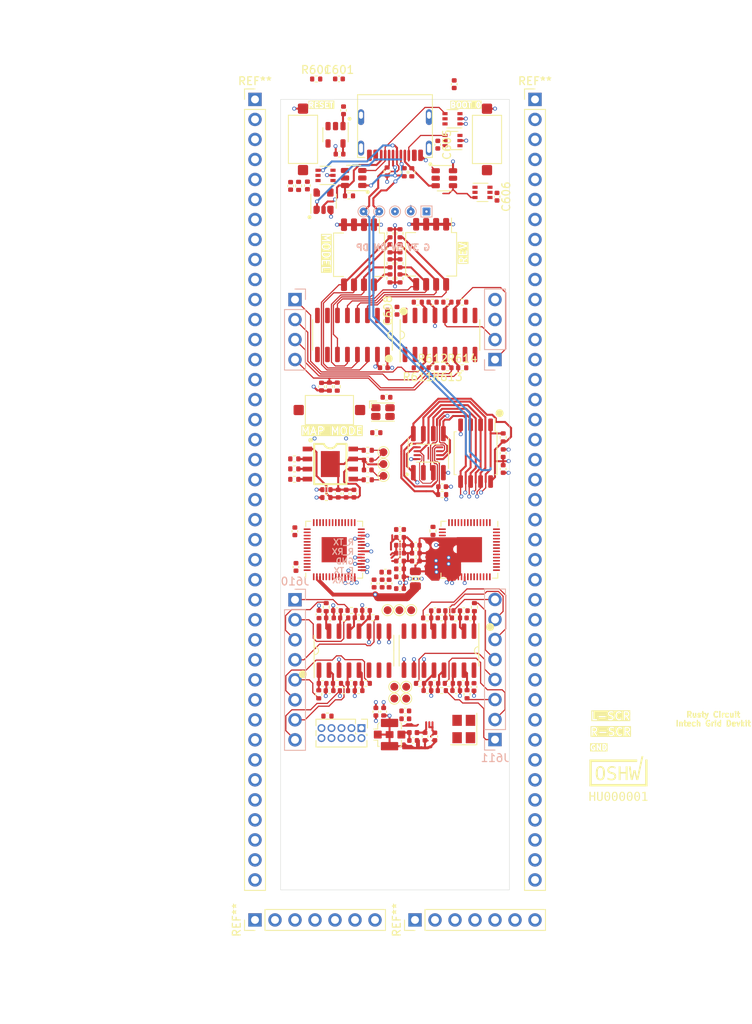
<source format=kicad_pcb>
(kicad_pcb (version 20241229) (generator "pcbnew") (generator_version "9.0")
  (layers (0 "F.Cu" signal) (4 "In1.Cu" signal) (6 "In2.Cu" signal) (2 "B.Cu" signal) (13 "F.Paste" user) (15 "B.Paste" user) (5 "F.SilkS" user "F.Silkscreen") (7 "B.SilkS" user "B.Silkscreen") (1 "F.Mask" user) (3 "B.Mask" user) (25 "Edge.Cuts" user))
  (net 0 "")
  (net 1 "GND")
  (net 2 "/MCU/MAP_MODE")
  (net 3 "/MCU/USB_DN")
  (net 4 "/MCU/USB_DP")
  (net 5 "VDD_SPI")
  (net 6 "ESP_GPIO_41")
  (net 7 "ESP_GPIO_42")
  (net 8 "ESP_GPIO_44")
  (net 9 "/MCU/GRID_SYNC_1")
  (net 10 "/MCU/GRID_WEST_TX")
  (net 11 "+5V")
  (net 12 "/MCU/GRID_WEST_RX")
  (net 13 "/MCU/GRID_SYNC_2")
  (net 14 "/MCU/GRID_SOUTH_TX")
  (net 15 "/MCU/GRID_NORTH_RX")
  (net 16 "/MCU/GRID_SOUTH_RX")
  (net 17 "/MCU/GRID_NORTH_TX")
  (net 18 "/MCU/GRID_EAST_RX")
  (net 19 "/MCU/GRID_EAST_TX")
  (net 20 "/MCU/LED_DATA_OUT")
  (net 21 "Net-(U801-D1)")
  (net 22 "ESP_GPIO_40")
  (net 23 "ESP_GPIO_39")
  (net 24 "/MCU/SPICS0")
  (net 25 "/ANA_12")
  (net 26 "/ANA_13")
  (net 27 "Net-(U801-D2)")
  (net 28 "/ANA_14")
  (net 29 "/ANA_15")
  (net 30 "/HWCFG/HWCFG_DATA")
  (net 31 "/MCU/RP_UART0_TX")
  (net 32 "/MCU/RP_UART0_RX")
  (net 33 "/MCU/RP_CLK")
  (net 34 "/MCU/RP_SWCLK")
  (net 35 "/MCU/RP_SWDIO")
  (net 36 "/MCU/RP_RUN")
  (net 37 "/MCU/RP_SPI0_RX")
  (net 38 "/MCU/RP_SPI0_CS")
  (net 39 "/MCU/RP_SPI0_SCK")
  (net 40 "/MCU/RP_SPI0_TX")
  (net 41 "/MCU/RP_INTERRUPT")
  (net 42 "/MCU/SPIQ")
  (net 43 "/MCU/SPIWP")
  (net 44 "/MCU/SPID")
  (net 45 "/MCU/SPICLK")
  (net 46 "/MCU/SPIHD")
  (net 47 "/MCU/ESP_RESET")
  (net 48 "/MCU/ESP_BOOT0")
  (net 49 "/MCU/ESP_LNA")
  (net 50 "+1V1")
  (net 51 "+3V3")
  (net 52 "ESP_GPIO_3")
  (net 53 "ESP_GPIO_2")
  (net 54 "ESP_GPIO_1")
  (net 55 "ESP_GPIO_4")
  (net 56 "ESP_GPIO_5")
  (net 57 "ESP_GPIO_16")
  (net 58 "ESP_GPIO_48")
  (net 59 "ESP_GPIO_47")
  (net 60 "ESP_GPIO_33")
  (net 61 "ESP_GPIO_34")
  (net 62 "ESP_GPIO_35")
  (net 63 "ESP_GPIO_36")
  (net 64 "ESP_GPIO_37")
  (net 65 "ESP_GPIO_45")
  (net 66 "ESP_GPIO_46")
  (net 67 "/ANA_8")
  (net 68 "/ANA_9")
  (net 69 "/ANA_10")
  (net 70 "/ANA_11")
  (net 71 "/MCU/SPICS1")
  (net 72 "/MCU/USB_POWER/SBU1")
  (net 73 "/MCU/USB_POWER/A6")
  (net 74 "/MCU/USB_POWER/CC2")
  (net 75 "/MCU/USB_POWER/A7")
  (net 76 "/MCU/USB_POWER/CC1")
  (net 77 "/MCU/USB_POWER/SBU2")
  (net 78 "RP_GPIO_11")
  (net 79 "RP_GPIO_10")
  (net 80 "/sheet5D8763D6/IN_3")
  (net 81 "ESP_GPIO_43")
  (net 82 "ESP_GPIO_18")
  (net 83 "GNDA")
  (net 84 "+3.3VA")
  (net 85 "/MCU/USB_POWER/DEBUG")
  (net 86 "/LCDBUTTON/SHIFT")
  (net 87 "/LCDBUTTON/CLOCK")
  (net 88 "/LCDBUTTON/DATA")
  (net 89 "/LCDBUTTON/D0")
  (net 90 "/LCDBUTTON/D1")
  (net 91 "/LCDBUTTON/D2")
  (net 92 "/LCDBUTTON/D3")
  (net 93 "/LCDBUTTON/D4")
  (net 94 "/LCDBUTTON/D5")
  (net 95 "/LCDBUTTON/D6")
  (net 96 "/LCDBUTTON/D7")
  (net 98 "Net-(C601-Pad1)")
  (net 99 "Net-(J601-SHIELD-PadS2)")
  (net 105 "Net-(U704-GPIO43)")
  (net 106 "Net-(U918-SDATA)")
  (net 107 "Net-(U918-BCLK)")
  (net 108 "Net-(U918-LRCLK)")
  (net 109 "Net-(U918-VON)")
  (net 110 "Net-(U918-VOP)")
  (net 111 "Net-(C940-Pad1)")
  (net 112 "Net-(C939-Pad1)")
  (net 113 "Net-(D901-DOUT)")
  (net 114 "/ANA_4")
  (net 115 "/ANA_0")
  (net 116 "/Sheet5D7C8BFD/IN_3")
  (net 117 "/ANA_1")
  (net 118 "/ANA_3")
  (net 119 "/ANA_2")
  (net 120 "/ANA_6")
  (net 121 "Net-(C749-Pad1)")
  (net 139 "Net-(U703-GPIO15)")
  (net 140 "Net-(U703-GPIO14)")
  (net 141 "Net-(U703-GPIO13)")
  (net 142 "Net-(U703-GPIO12)")
  (net 143 "Net-(SW701-A)")
  (net 145 "Net-(U704-XTAL_N)")
  (net 146 "Net-(U704-XTAL_P)")
  (net 147 "Net-(J701-In)")
  (net 148 "Net-(U801-D7)")
  (net 149 "Net-(U801-D4)")
  (net 150 "Net-(U801-D5)")
  (net 151 "Net-(U801-D0)")
  (net 152 "Net-(U801-D6)")
  (net 153 "Net-(U801-D3)")
  (net 154 "Net-(U1001-X0)")
  (net 155 "Net-(U1001-X2)")
  (net 156 "Net-(U1001-X4)")
  (net 157 "Net-(U1001-X6)")
  (net 158 "Net-(U1001-X1)")
  (net 159 "Net-(U1001-X3)")
  (net 160 "Net-(U1001-X5)")
  (net 161 "Net-(U1001-X7)")
  (net 162 "Net-(U1002-X0)")
  (net 163 "Net-(U1002-X2)")
  (net 164 "Net-(U1002-X4)")
  (net 165 "Net-(U1002-X6)")
  (net 166 "Net-(U1002-X1)")
  (net 167 "Net-(U1002-X3)")
  (net 168 "Net-(U1002-X5)")
  (net 169 "Net-(U1002-X7)")
  (footprint "suku_basics:CAP_0402" (layer "F.Cu") (at 90.665 85.6526 -90)
    (property "Reference" "C757" (hide yes))
    (property "Value" "100n" (hide yes))
  )
  (footprint "suku_basics:RES_0402" (layer "F.Cu") (at 92.665 85.6526 90)
    (property "Reference" "R736" (hide yes))
    (property "Value" "1k" (hide yes))
  )
  (footprint "suku_basics:SOIC-8W_FLASH" (layer "F.Cu") (at 110.236203 94.100398 -90)
    (property "Reference" "U705" (hide yes))
    (property "Value" "W25Q64JVSSIQ" (hide yes))
  )
  (footprint "suku_basics:CAP_0402" (layer "F.Cu") (at 98.573904 83.258046 180)
    (property "Reference" "C801" (hide yes))
    (property "Value" "100n" (hide yes))
  )
  (footprint "suku_basics:CAP_0402" (layer "F.Cu") (at 110.033 123.7744 -90)
    (property "Reference" "C1018" (hide yes))
    (property "Value" "100n" (hide yes))
  )
  (footprint "suku_basics:SW_SPST_CK_RS282G05A3" (layer "F.Cu") (at 91.6688 88.6208 180)
    (property "Reference" "SW701" (hide yes))
    (property "Value" "C255807" (hide yes))
  )
  (footprint "suku_basics:SOIC-16_74HC165" (layer "F.Cu") (at 94.59467 79.095006 -90)
    (property "Reference" "U801" (hide yes))
    (property "Value" "74HC165" (hide yes))
  )
  (footprint "suku_basics:CAP_0402" (layer "F.Cu") (at 113.736202 96.1004 -90)
    (property "Reference" "C756" (hide yes))
    (property "Value" "100n" (hide yes))
  )
  (footprint "suku_basics:FERRIT_0805" (layer "F.Cu") (at 102.5908 110.035299 90)
    (property "Reference" "L702" (hide yes))
    (property "Value" "GZ2012D601TF" (hide yes))
  )
  (footprint "suku_basics:RES_0402" (layer "F.Cu") (at 102.1336 58.4456 -90)
    (property "Reference" "R602" (hide yes))
    (property "Value" "5k1" (hide yes))
  )
  (footprint "suku_basics:CAP_0402" (layer "F.Cu") (at 93.462 50.584 90)
    (property "Reference" "C602" (hide yes))
    (property "Value" "1u" (hide yes))
  )
  (footprint "suku_basics:CAP_0402" (layer "F.Cu") (at 107.5184 47.2696 90)
    (property "Reference" "C604" (hide yes))
    (property "Value" "100n")
  )
  (footprint "suku_basics:RES_0402" (layer "F.Cu") (at 104.774701 74.929406)
    (property "Reference" "R609" (hide yes))
    (property "Value" "5k1" (hide yes))
  )
  (footprint "suku_basics:CAP_0402" (layer "F.Cu") (at 101.3092 126.8124 180)
    (property "Reference" "C753" (hide yes))
    (property "Value" "10n" (hide yes))
  )
  (footprint "suku_basics:RES_0402" (layer "F.Cu") (at 100.635 66.194599 90)
    (property "Reference" "R807" (hide yes))
    (property "Value" "5k1" (hide yes))
  )
  (footprint "suku_basics:SOIC-16_74HC4051" (layer "F.Cu") (at 94.793 119.16468 90)
    (property "Reference" "U1001")
    (property "Value" "74HC4051")
  )
  (footprint "suku_basics:SW_SPST_CK_RS282G05A3" (layer "F.Cu") (at 111.684 54.28 -90)
    (property "Reference" "SW703" (hide yes))
    (property "Value" "C2905169")
  )
  (footprint "suku_basics:CAP_0402" (layer "F.Cu") (at 105.9154 115.010279 180)
    (property "Reference" "C1017" (hide yes))
    (property "Value" "100n" (hide yes))
  )
  (footprint "suku_basics:RES_0402" (layer "F.Cu") (at 106.654301 74.929406 180)
    (property "Reference" "R608" (hide yes))
    (property "Value" "5k1" (hide yes))
  )
  (footprint "suku_basics:RES_0402" (layer "F.Cu") (at 90.3174 124.703119 -90)
    (property "Reference" "R1003" (hide yes))
    (property "Value" "1k" (hide yes))
  )
  (footprint "TestPoint:TestPoint_Pad_D1.0mm" (layer "F.Cu") (at 99.060199 114.020801 180)
    (property "Reference" "TP905" (hide yes))
    (property "Value" "TestPoint")
  )
  (footprint "suku_basics:SOIC-16_74HC4051" (layer "F.Cu") (at 105.5867 119.16468 -90)
    (property "Reference" "U1002")
    (property "Value" "74HC4051")
  )
  (footprint "suku_basics:RES_0402" (layer "F.Cu") (at 102.8971 83.262606 180)
    (property "Reference" "R611")
    (property "Value" "5k1")
  )
  (footprint "suku_basics:RES_0402" (layer "F.Cu") (at 97.203399 114.985999)
    (property "Reference" "R1006" (hide yes))
    (property "Value" "1k" (hide yes))
  )
  (footprint "suku_basics:RES_0402" (layer "F.Cu") (at 113.736205 92.100403 90)
    (property "Reference" "R734" (hide yes))
    (property "Value" "5k1" (hide yes))
  )
  (footprint "suku_basics:RES_0402" (layer "F.Cu") (at 103.177601 123.3172 180)
    (property "Reference" "R1014" (hide yes))
    (property "Value" "1k" (hide yes))
  )
  (footprint "suku_basics:RES_0402" (layer "F.Cu") (at 109.149401 124.691918 -90)
    (property "Reference" "R1010" (hide yes))
    (property "Value" "1k" (hide yes))
  )
  (footprint "suku_basics:CAP_0402" (layer "F.Cu") (at 100.640799 109.785299)
    (property "Reference" "C741" (hide yes))
    (property "Value" "100n" (hide yes))
  )
  (footprint "Crystal:Crystal_SMD_Abracon_ABM8G-4Pin_3.2x2.5mm" (layer "F.Cu") (at 108.7376 129.1084 90)
    (property "Reference" "Y701" (hide yes))
    (property "Value" "40MHz" (hide yes))
  )
  (footprint "Connector_PinHeader_2.54mm:PinHeader_1x07_P2.54mm_Vertical" (layer "F.Cu") (at 102.54 153.34 90)
    (property "Reference" "REF**")
    (property "Value" "PinHeader_1x07_P2.54mm_Vertical")
  )
  (footprint "suku_basics:CAP_0402" (layer "F.Cu") (at 92.954 56.144001)
    (property "Reference" "C603" (hide yes))
    (property "Value" "1u" (hide yes))
  )
  (footprint "suku_basics:RES_0402" (layer "F.Cu") (at 99 58.346 -90)
    (property "Reference" "R605" (hide yes))
    (property "Value" "0R")
  )
  (footprint "suku_basics:RES_0402" (layer "F.Cu") (at 93.545797 115.0114)
    (property "Reference" "R1005" (hide yes))
    (property "Value" "1k" (hide yes))
  )
  (footprint "suku_basics:CAP_0402" (layer "F.Cu") (at 100.2555 76.019006 90)
    (property "Reference" "C608")
    (property "Value" "100n")
  )
  (footprint "suku_basics:CAP_0402" (layer "F.Cu") (at 100.6408 106.785299)
    (property "Reference" "C745" (hide yes))
    (property "Value" "100n" (hide yes))
  )
  (footprint "suku_basics:RES_0402" (layer "F.Cu") (at 93.5178 124.24392 180)
    (property "Reference" "R1008" (hide yes))
    (property "Value" "1k" (hide yes))
  )
  (footprint "Package_SO:SOIC-8_3.9x4.9mm_P1.27mm" (layer "F.Cu") (at 104.236204 94.100398 90)
    (property "Reference" "U903" (hide yes))
    (property "Value" "APS1604M-3SQR-SN")
  )
  (footprint "suku_basics:SOT-23-6" (layer "F.Cu") (at 106.266 59.202 180)
    (property "Reference" "U602" (hide yes))
    (property "Value" "C5451661")
  )
  (footprint "suku_basics:RES_0402" (layer "F.Cu") (at 87.7572 60.1728 90)
    (property "Reference" "R735" (hide yes))
    (property "Value" "5k1")
  )
  (footprint "suku_basics:CAP_0402" (layer "F.Cu") (at 97.574 126.9124 90)
    (property "Reference" "C750" (hide yes))
    (property "Value" "10p" (hide yes))
  )
  (footprint "suku_basics:CAP_0402" (layer "F.Cu") (at 87.426773 108.538897 -90)
    (property "Reference" "C752" (hide yes))
    (property "Value" "100n" (hide yes))
  )
  (footprint "suku_basics:RP2040_QFN-56-1EP_7x7mm_P0.4mm_EP3.2x3.2mm" (layer "F.Cu") (at 109.4488 106.35 180)
    (property "Reference" "U703" (hide yes))
    (property "Value" "RP2040" (hide yes))
  )
  (footprint "suku_basics:RES_0402" (layer "F.Cu") (at 102.895101 74.929406 180)
    (property "Reference" "R610" (hide yes))
    (property "Value" "5k1" (hide yes))
  )
  (footprint "TestPoint:TestPoint_Pad_D1.0mm" (layer "F.Cu") (at 98.5364 93.9788 180)
    (property "Reference" "TP901" (hide yes))
    (property "Value" "TestPoint")
  )
  (footprint "suku_basics:CAP_0402" (layer "F.Cu") (at 98.3638 110.640299 90)
    (property "Reference" "C736" (hide yes))
    (property "Value" "100n" (hide yes))
  )
  (footprint "suku_basics:SOT-23-6" (layer "F.Cu") (at 94.75 59.172)
    (property "Reference" "U603" (hide yes))
    (property "Value" "C5451661")
  )
  (footprint "suku_basics:CAP_0402" (layer "F.Cu") (at 103.8092 130.0624 -90)
    (property "Reference" "C742" (hide yes))
    (property "Value" "1p8" (hide yes))
  )
  (footprint "suku_basics:RES_0402" (layer "F.Cu") (at 106.835201 123.3172 180)
    (property "Reference" "R1013" (hide yes))
    (property "Value" "1k" (hide yes))
  )
  (footprint "TestPoint:TestPoint_Pad_D1.0mm" (layer "F.Cu") (at 101.4224 125.2476 90)
    (property "Reference" "TP703" (hide yes))
    (property "Value" "TestPoint" (hide yes))
  )
  (footprint "suku_basics:CAP_0402" (layer "F.Cu") (at 105.0772 114.09588)
    (property "Reference" "C1016" (hide yes))
    (property "Value" "100n" (hide yes))
  )
  (footprint "suku_basics:RES_0402" (layer "F.Cu") (at 100.635 70.008597 90)
    (property "Reference" "R809" (hide yes))
    (property "Value" "5k1" (hide yes))
  )
  (footprint "suku_basics:CAP_0402" (layer "F.Cu") (at 105.006401 123.3172 180)
    (property "Reference" "C1010" (hide yes))
    (property "Value" "100n" (hide yes))
  )
  (footprint "suku_basics:CAP_0402" (layer "F.Cu") (at 100.6408 105.785299)
    (property "Reference" "C744" (hide yes))
    (property "Value" "100n" (hide yes))
  )
  (footprint "suku_basics:CAP_0402" (layer "F.Cu") (at 87.283089 104.012848 -90)
    (property "Reference" "C751" (hide yes))
    (property "Value" "100n" (hide yes))
  )
  (footprint "suku_basics:CAP_0402" (layer "F.Cu") (at 102.640799 106.785299 180)
    (property "Reference" "C746" (hide yes))
    (property "Value" "1u" (hide yes))
  )
  (footprint "suku_basics:CAP_0402" (layer "F.Cu") (at 96.536398 96.228799 180)
    (property "Reference" "C939" (hide yes))
    (property "Value" "1n")
  )
  (footprint "Connector_PinHeader_2.54mm:PinHeader_1x07_P2.54mm_Vertical" (layer "F.Cu") (at 82.22 153.34 90)
    (property "Reference" "REF**")
    (property "Value" "PinHeader_1x07_P2.54mm_Vertical")
  )
  (footprint "suku_basics:RES_0402" (layer "F.Cu") (at 87.2144 96.093599)
    (property "Reference" "R941" (hide yes))
    (property "Value" "33R")
  )
  (footprint "suku_basics:CAP_0402" (layer "F.Cu") (at 91.689 124.24392 180)
    (property "Reference" "C1004" (hide yes))
    (property "Value" "100n" (hide yes))
  )
  (footprint "TestPoint:TestPoint_Pad_D1.0mm" (layer "F.Cu") (at 98.536398 95.4788 180)
    (property "Reference" "TP903" (hide yes))
    (property "Value" "TestPoint")
  )
  (footprint "suku_basics:CAP_0402" (layer "F.Cu") (at 86.7412 60.1728 -90)
    (property "Reference" "C758" (hide yes))
    (property "Value" "1u")
  )
  (footprint "Connector_PinHeader_2.54mm:PinHeader_1x40_P2.54mm_Vertical" (layer "F.Cu") (at 82.22 49.2)
    (property "Reference" "REF**")
    (property "Value" "PinHeader_1x40_P2.54mm_Vertical")
  )
  (footprint "suku_basics:CAP_0402" (layer "F.Cu") (at 93.786399 99.2288 90)
    (property "Reference" "C937" (hide yes))
    (property "Value" "1u")
  )
  (footprint "suku_basics:CAP_0402" (layer "F.Cu") (at 98.9188 87.004)
    (property "Reference" "C901" (hide yes))
    (property "Value" "100n")
  )
  (footprint "suku_basics:RES_0402" (layer "F.Cu") (at 105.9862 99.3504)
    (property "Reference" "R904" (hide yes))
    (property "Value" "5k1")
  )
  (footprint "suku_basics:CAP_0402" (layer "F.Cu") (at 102.3092 130.5624)
    (property "Reference" "C739" (hide yes))
    (property "Value" "3p9" (hide yes))
  )
  (footprint "suku_basics:CAP_0402" (layer "F.Cu") (at 113.736202 94.100398 90)
    (property "Reference" "C755" (hide yes))
    (property "Value" "1u" (hide yes))
  )
  (footprint "suku_basics:CAP_0402" (layer "F.Cu") (at 96.536398 94.9788 180)
    (property "Reference" "C940" (hide yes))
    (property "Value" "1n")
  )
  (footprint "Button_Switch_SMD:SW_DIP_SPSTx04_Slide_Copal_CHS-04B_W7.62mm_P1.27mm" (layer "F.Cu") (at 95.428 68.912205 -90)
    (property "Reference" "SW609" (hide yes))
    (property "Value" "model_code" (hide yes))
  )
  (footprint "suku_basics:RES_0402" (layer "F.Cu") (at 100.635 68.101598 -90)
    (property "Reference" "R808" (hide yes))
    (property "Value" "5k1" (hide yes))
  )
  (footprint "suku_basics:CAP_0402" (layer "F.Cu") (at 102.640799 105.7853 180)
    (property "Reference" "C743" (hide yes))
    (property "Value" "10u" (hide yes))
  )
  (footprint "suku_basics:UI_WS2812C-2020" (layer "F.Cu") (at 98.4616 88.8836)
    (property "Reference" "D901" (hide yes))
    (property "Value" "WS2812C-2020")
  )
  (footprint "suku_basics:CAP_0402" (layer "F.Cu") (at 108.664 123.3172 180)
    (property "Reference" "C1011" (hide yes))
    (property "Value" "100n" (hide yes))
  )
  (footprint "suku_basics:RES_0402" (layer "F.Cu") (at 107.744198 115.01028 180)
    (property "Reference" "R1012" (hide yes))
    (property "Value" "1k" (hide yes))
  )
  (footprint "suku_basics:RES_0402" (layer "F.Cu") (at 106.658299 83.260606 180)
    (property "Reference" "R613")
    (property "Value" "5k1")
  )
  (footprint "suku_basics:CAP_0402" (layer "F.Cu") (at 100.640799 107.785299)
    (property "Reference" "C733" (hide yes))
    (property "Value" "1u" (hide yes))
  )
  (footprint "suku_basics:RES_0402" (layer "F.Cu") (at 99.365 68.101598 -90)
    (property "Reference" "R804" (hide yes))
    (property "Value" "5k1" (hide yes))
  )
  (footprint "suku_basics:RES_0402" (layer "F.Cu") (at 96.2916 123.3159)
    (property "Reference" "R1007" (hide yes))
    (property "Value" "1k" (hide yes))
  )
  (footprint "suku_basics:CAP_0402" (layer "F.Cu") (at 105.0592 130.0624 -90)
    (property "Reference" "C749" (hide yes))
    (property "Value" "100n" (hide yes))
  )
  (footprint "suku_basics:RES_0402" (layer "F.Cu") (at 105.946201 124.231599)
    (property "Reference" "R1009" (hide yes))
    (property "Value" "1k" (hide yes))
  )
  (footprint "suku_basics:RES_0402" (layer "F.Cu") (at 91.665 85.6526 90)
    (property "Reference" "R701" (hide yes))
    (property "Value" "5k1")
  )
  (footprint "suku_basics:RES_0402" (layer "F.Cu") (at 108.537899 83.262606)
    (property "Reference" "R614")
    (property "Value" "5k1")
  )
  (footprint "suku_basics:QFN-56-1EP_7x7mm_P0.4mm_EP3.2x3.2mm" (layer "F.Cu") (at 92.2784 106.35 90)
    (property "Reference" "U704" (hide yes))
    (property "Value" "ESP32-S3" (hide yes))
  )
  (footprint "suku_basics:SOT-363_SC-70-6" (layer "F.Cu") (at 107.3 54.422 180)
    (property "Reference" "U606" (hide yes))
    (property "Value" "BL1551B")
  )
  (footprint "Connector_PinHeader_2.54mm:PinHeader_1x40_P2.54mm_Vertical" (layer "F.Cu") (at 117.78 49.2)
    (property "Reference" "REF**")
    (property "Value" "PinHeader_1x40_P2.54mm_Vertical")
  )
  (footprint "suku_basics:RES_0402" (layer "F.Cu") (at 99.365 71.917595 -90)
    (property "Reference" "R806" (hide yes))
    (property "Value" "5k1" (hide yes))
  )
  (footprint "suku_basics:RES_0402" (layer "F.Cu") (at 100.635 71.917595 -90)
    (property "Reference" "R810" (hide yes))
    (property "Value" "5k1" (hide yes))
  )
  (footprint "suku_basics:RES_0402" (layer "F.Cu") (at 104.086599 115.01028 180)
    (property "Reference" "R1015" (hide yes))
    (property "Value" "1k" (hide yes))
  )
  (footprint "TestPoint:TestPoint_Pad_D1.0mm" (layer "F.Cu") (at 101.422401 123.747602 90)
    (property "Reference" "TP701" (hide yes))
    (property "Value" "TestPoint" (hide yes))
  )
  (footprint "suku_basics:SOT-363_SC-70-6" (layer "F.Cu") (at 91.176 58.842 180)
    (property "Reference" "U608" (hide yes))
    (property "Value" "BL1551B")
  )
  (footprint "suku_basics:RES_0402" (layer "F.Cu") (at 91.2624 113.637801 90)
    (property "Reference" "R1002" (hide yes))
    (property "Value" "1k" (hide yes))
  )
  (footprint "suku_basics:CAP_0402" (layer "F.Cu") (at 88.8748 60.122 -90)
    (property "Reference" "C607" (hide yes))
    (property "Value" "100n")
  )
  (footprint "suku_basics:SOT-23-5" (layer "F.Cu") (at 92.446 53.688 90)
    (property "Reference" "U601" (hide yes))
    (property "Value" "LN1134A332MR-G" (hide yes))
  )
  (footprint "suku_basics:RES_0402" (layer "F.Cu") (at 87.2144 97.414401)
    (property "Reference" "R942" (hide yes))
    (property "Value" "33R")
  )
  (footprint "suku_basics:USON-8-1EP_3x2mm_P0.5mm_EP0.2x1.6mm" (layer "F.Cu") (at 104.236204 94.100398)
    (property "Reference" "U610" (hide yes))
    (property "Value" "APS1604M-3SQR-ZR")
  )
  (footprint "suku_basics:RES_0402" (layer "F.Cu") (at 89.9924 46.6092)
    (property "Reference" "R601")
    (property "Value" "1M")
  )
  (footprint "suku_basics:ESOP-8_L4.9-W3.9-P1.27-LS6.0-BL-EP" (layer "F.Cu") (at 91.786399 95.4788 90)
    (property "Reference" "U918" (hide yes))
    (property "Value" "NS4168_C910588")
  )
  (footprint "TestPoint:TestPoint_Pad_D1.0mm" (layer "F.Cu") (at 98.5364 96.978801 180)
    (property "Reference" "TP902" (hide yes))
    (property "Value" "TestPoint")
  )
  (footprint "suku_basics:CAP_0402" (layer "F.Cu") (at 96.317001 114.059281 180)
    (property "Reference" "C1006" (hide yes))
    (property "Value" "100n" (hide yes))
  )
  (footprint "suku_basics:CAP_0402" (layer "F.Cu") (at 92.634002 114.084681 180)
    (property "Reference" "C1005" (hide yes))
    (property "Value" "100n" (hide yes))
  )
  (footprint "suku_basics:CAP_0402" (layer "F.Cu") (at 112.954 61.5444 -90)
    (property "Reference" "C606")
    (property "Value" "100n")
  )
  (footprint "suku_basics:RES_0402" (layer "F.Cu") (at 110.0838 113.637801 90)
    (property "Reference" "R1011" (hide yes))
    (property "Value" "1k" (hide yes))
  )
  (footprint "Connector_PinHeader_1.27mm:PinHeader_2x05_P1.27mm_Vertical" (layer "F.Cu") (at 95.7428 128.9914 -90)
    (property "Reference" "J702" (hide yes))
    (property "Value" "Conn_02x05_Odd_Even" (hide yes))
  )
  (footprint "suku_basics:CAP_0402" (layer "F.Cu") (at 109.572998 115.01028 180)
    (property "Reference" "C1012" (hide yes))
    (property "Value" "100n" (hide yes))
  )
  (footprint "suku_basics:CAP_0402" (layer "F.Cu") (at 98.7808 109.1948 180)
    (property "Reference" "C737" (hide yes))
    (property "Value" "100n" (hide yes))
  )
  (footprint "TestPoint:TestPoint_Pad_D1.0mm" (layer "F.Cu") (at 100.5588 114.0208 180)
    (property "Reference" "TP904" (hide yes))
    (property "Value" "TestPoint")
  )
  (footprint "suku_basics:CAP_0402" (layer "F.Cu") (at 104.117401 124.231599)
    (property "Reference" "C1015" (hide yes))
    (property "Value" "100n" (hide yes))
  )
  (footprint "suku_basics:RES_0402" (layer "F.Cu") (at 87.214402 94.823601)
    (property "Reference" "R940" (hide yes))
    (property "Value" "33R")
  )
  (footprint "suku_basics:CAP_0402" (layer "F.Cu") (at 100.640799 111.2853)
    (property "Reference" "C740" (hide yes))
    (property "Value" "100n" (hide yes))
  )
  (footprint "suku_basics:RES_0402" (layer "F.Cu") (at 91.286401 98.7288)
    (property "Reference" "R939" (hide yes))
    (property "Value" "0R")
  )
  (footprint "suku_basics:CAP_0402" (layer "F.Cu") (at 92.786399 99.228802 90)
    (property "Reference" "C938" (hide yes))
    (property "Value" "10u")
  )
  (footprint "suku_basics:RES_0402" (layer "F.Cu") (at 101.1684 58.4456 -90)
    (property "Reference" "R604" (hide yes))
    (property "Value" "0R")
  )
  (footprint "suku_basics:CAP_0402" (layer "F.Cu") (at 90.8026 123.3159)
    (property "Reference" "C1003" (hide yes))
    (property "Value" "100n" (hide yes))
  )
  (footprint "TestPoint:TestPoint_Pad_D1.0mm" (layer "F.Cu") (at 99.9158 125.2476 90)
    (property "Reference" "TP704" (hide yes))
    (property "Value" "TestPoint" (hide yes))
  )
  (footprint "suku_basics:SOT-23-5-AND-TSSOP5" (layer "F.Cu") (at 90.922 62.116 -90)
    (property "Reference" "U604" (hide yes))
    (property "Value" "74LVC1G08")
  )
  (footprint "suku_basics:CAP_0402" (layer "F.Cu") (at 105.986202 98.350399)
    (property "Reference" "C921" (hide yes))
    (property "Value" "100n")
  )
  (footprint "suku_basics:FERRIT_0402" (layer "F.Cu") (at 91.286398 99.728799 180)
    (property "Reference" "L904" (hide yes))
    (property "Value" "BLM15PD121SN1D")
  )
  (footprint "suku_basics:SOIC-16_74HC165" (layer "F.Cu") (at 105.715 79.095006 90)
    (property "Reference" "U609")
    (property "Value" "74HC165")
  )
  (footprint "suku_basics:RES_0402" (layer "F.Cu") (at 94.158 61.4428)
    (property "Reference" "R603" (hide yes))
    (property "Value" "5k1" (hide yes))
  )
  (footprint "suku_basics:CAP_0402" (layer "F.Cu") (at 95.374596 114.986)
    (property "Reference" "C1001" (hide yes))
    (property "Value" "100n" (hide yes))
  )
  (footprint "TestPoint:TestPoint_Pad_D1.0mm" (layer "F.Cu") (at 99.9158 123.7476 90)
    (property "Reference" "TP702" (hide yes))
    (property "Value" "TestPoint" (hide yes))
  )
  (footprint "suku_basics:SW_SPST_CK_RS282G05A3" (layer "F.Cu") (at 88.316 54.268399 -90)
    (property "Reference" "SW702" (hide yes))
    (property "Value" "C2905169")
  )
  (footprint "suku_basics:RES_0402" (layer "F.Cu") (at 108.5363 74.929406)
    (property "Reference" "R607" (hide yes))
    (property "Value" "5k1" (hide yes))
  )
  (footprint "suku_basics:RES_0402" (layer "F.Cu") (at 94.4882 114.059281 180)
    (property "Reference" "R1001" (hide yes))
    (property "Value" "1k" (hide yes))
  )
  (footprint "suku_basics:RES_0402" (layer "F.Cu") (at 92.6314 123.3159)
    (property "Reference" "R1004" (hide yes))
    (property "Value" "1k" (hide yes))
  )
  (footprint "suku_basics:CAP_0402" (layer "F.Cu") (at 94.4628 123.3159)
    (property "Reference" "C1008" (hide yes))
    (property "Value" "100n" (hide yes))
  )
  (footprint "suku_basics:CAP_0402" (layer "F.Cu") (at 105.4356 54.9404 -90)
    (property "Reference" "C605")
    (property "Value" "100n")
  )
  (footprint "suku_basics:CAP_0402" (layer "F.Cu") (at 90.348 114.5542 90)
    (property "Reference" "C1009" (hide yes))
    (property "Value" "100n" (hide yes))
  )
  (footprint "suku_basics:RES_0402" (layer "F.Cu") (at 99.365 66.1926 90)
    (property "Reference" "R803" (hide yes))
    (property "Value" "5k1" (hide yes))
  )
  (footprint "suku_basics:CAP_0402" (layer "F.Cu") (at 99.2528 110.640299 90)
    (property "Reference" "C738" (hide yes))
    (property "Value" "100n" (hide yes))
  )
  (footprint "suku_basics:FERRIT_0402" (layer "F.Cu") (at 96.536398 93.728799 180)
    (property "Reference" "L902" (hide yes))
    (property "Value" "BLM15AG102SN1D")
  )
  (footprint "TestPoint:TestPoint_Pad_D1.0mm" (layer "F.Cu") (at 102.057399 114.020799 180)
    (property "Reference" "TP906" (hide yes))
    (property "Value" "TestPoint")
  )
  (footprint "suku_basics:RES_0402" (layer "F.Cu") (at 99.365 70.008597 90)
    (property "Reference" "R805" (hide yes))
    (property "Value" "5k1" (hide yes))
  )
  (footprint "suku_basics:CAP_0402" (layer "F.Cu") (at 108.734798 114.095881)
    (property "Reference" "C1013" (hide yes))
    (property "Value" "100n" (hide yes))
  )
  (footprint "suku_basics:CAP_0402" (layer "F.Cu") (at 95.371998 124.24392 180)
    (property "Reference" "C1007" (hide yes))
    (property "Value" "100n" (hide yes))
  )
  (footprint "suku_basics:FERRIT_0402" (layer "F.Cu") (at 96.536398 97.4788)
    (property "Reference" "L903" (hide yes))
    (property "Value" "BLM15AG102SN1D")
  )
  (footprint "suku_basics:CAP_0402" (layer "F.Cu") (at 100.640799 108.7853)
    (property "Reference" "C734" (hide yes))
    (property "Value" "1u" (hide yes))
  )
  (footprint "suku_basics:CAP_0402" (layer "F.Cu") (at 94.7864 99.228799 90)
    (property "Reference" "C936" (hide yes))
    (property "Value" "100n")
  )
  (footprint "suku_basics:CAP_0402" (layer "F.Cu") (at 91.7424 115.0114)
    (property "Reference" "C1002" (hide yes))
    (property "Value" "100n" (hide yes))
  )
  (footprint "Button_Switch_SMD:SW_DIP_SPSTx04_Slide_Copal_CHS-04B_W7.62mm_P1.27mm" (layer "F.Cu") (at 104.588596 68.8596 -90)
    (property "Reference" "SW610" (hide yes))
    (property "Value" "rev_code" (hide yes))
  )
  (footprint "suku_basics:CAP_0402" (layer "F.Cu") (at 100.635 103.7846)
    (property "Reference" "C731" (hide yes))
    (property "Value" "100n" (hide yes))
  )
  (footprint "Connector_Coaxial:U.FL_Molex_MCRF_73412-0110_Vertical" (layer "F.Cu") (at 99.3092 129.8124 90)
    (property "Reference" "J701" (hide yes))
    (property "Value" "C5137195" (hide yes))
  )
  (footprint "suku_basics:CAP_0402" (layer "F.Cu") (at 92.8824 46.5992)
    (property "Reference" "C601")
    (property "Value" "4n7")
  )
  (footprint "suku_basics:IND_0402" (layer "F.Cu") (at 102.3092 129.5624)
    (property "Reference" "L701" (hide yes))
    (property "Value" "1n8" (hide yes))
  )
  (footprint "suku_basics:USB_C_Korean_Hroparts_TYPE-C-31-M-12" (layer "F.Cu") (at 100 53.4 180)
    (property "Reference" "J601" (hide yes))
    (property "Value" "TYPE-C-32-M-12" (hide yes))
  )
  (footprint "suku_basics:RES_0402" (layer "F.Cu") (at 104.826 103.9624 -90)
    (property "Reference" "R729" (hide yes))
    (property "Value" "5k1" (hide yes))
  )
  (footprint "suku_basics:RES_0402" (layer "F.Cu") (at 104.7767 83.262606)
    (property "Reference" "R612")
    (property "Value" "5k1")
  )
  (footprint "suku_basics:CAP_0402" (layer "F.Cu") (at 100.640799 104.785299)
    (property "Reference" "C732" (hide yes))
    (property "Value" "100n" (hide yes))
  )
  (footprint "suku_basics:CAP_0402" (layer "F.Cu") (at 98.559201 126.9124 -90)
    (property "Reference" "C748" (hide yes))
    (property "Value" "10p" (hide yes))
  )
  (footprint "suku_basics:RES_0402" (layer "F.Cu") (at 97.628401 91.4968)
    (property "Reference" "R606" (hide yes))
    (property "Value" "8R")
  )
  (footprint "suku_basics:SOT-363_SC-70-6" (layer "F.Cu") (at 111.11 60.996)
    (property "Reference" "U607" (hide yes))
    (property "Value" "BL1551B")
  )
  (footprint "suku_basics:CAP_0402" (layer "F.Cu") (at 101.3092 127.8124 180)
    (property "Reference" "C754" (hide yes))
    (property "Value" "1u" (hide yes))
  )
  (footprint "suku_basics:CAP_0402" (layer "F.Cu") (at 102.6408 107.785299 180)
    (property "Reference" "C747" (hide yes))
    (property "Value" "100n" (hide yes))
  )
  (footprint "suku_basics:CAP_0402" (layer "F.Cu") (at 107.775001 124.231599)
    (property "Reference" "C1014" (hide yes))
    (property "Value" "100n" (hide yes))
  )
  (footprint "suku_basics:SOT-363_SC-70-6" (layer "F.Cu") (at 107.3 51.658001 180)
    (property "Reference" "U605" (hide yes))
    (property "Value" "BL1551B")
  )
  (footprint "suku_basics:RES_0402" (layer "F.Cu") (at 91.422801 127.4674)
    (property "Reference" "R733" (hide yes))
    (property "Value" "1k" (hide yes))
  )
  (footprint "suku_basics:OSHWA" (layer "F.Cu") (at 128.3812 135.464)
    (property "Reference" "LOGO701" (hide yes))
    (property "Value" "OSHWA" (hide yes))
  )
  (footprint "suku_basics:CAP_0402" (layer "F.Cu") (at 97.3478 110.6403 90)
    (property "Reference" "C735" (hide yes))
    (property "Value" "100n" (hide yes))
  )
  (footprint "suku_basics:RES_0402" (layer "F.Cu") (at 106.906 114.09588)
    (property "Reference" "R1016" (hide yes))
    (property "Value" "1k" (hide yes))
  )
  (footprint "TestPoint:TestPoint_Pad_D1.0mm" (layer "B.Cu") (at 96 63.424)
    (property "Reference" "TP605" (hide yes))
    (property "Value" "D+" (hide yes))
  )
  (footprint "Connector_PinHeader_2.54mm:PinHeader_1x08_P2.54mm_Vertical" (layer "B.Cu") (at 87.3 112.7 180)
    (property "Reference" "J610")
    (property "Value" "Conn_01x08")
  )
  (footprint "TestPoint:TestPoint_Pad_D1.0mm" (layer "B.Cu") (at 100 63.424 180)
    (property "Reference" "TP603" (hide yes))
    (property "Value" "VB" (hide yes))
  )
  (footprint "TestPoint:TestPoint_Pad_1.0x1.0mm" (layer "B.Cu") (at 104 63.424 180)
    (property "Reference" "TP601" (hide yes))
    (property "Value" "GND" (hide yes))
  )
  (footprint "Connector_PinHeader_2.54mm:PinHeader_1x08_P2.54mm_Vertical" (layer "B.Cu") (at 112.7 130.45)
    (property "Reference" "J611")
    (property "Value" "Conn_01x08")
  )
  (footprint "Connector_PinHeader_2.54mm:PinHeader_1x04_P2.54mm_Vertical" (layer "B.Cu") (at 87.3 74.6 180)
    (property "Reference" "J603" (hide yes))
    (property "Value" "Conn_01x04" (hide yes))
  )
  (footprint "Connector_PinHeader_2.54mm:PinHeader_1x04_P2.54mm_Vertical" (layer "B.Cu") (at 112.7 82.22)
    (property "Reference" "J604" (hide yes))
    (property "Value" "Conn_01x04" (hide yes))
  )
  (footprint "TestPoint:TestPoint_Pad_D1.0mm" (layer "B.Cu") (at 98 63.424)
    (property "Reference" "TP604" (hide yes))
    (property "Value" "D-" (hide yes))
  )
  (footprint "TestPoint:TestPoint_Pad_D1.0mm" (layer "B.Cu") (at 102 63.424 180)
    (property "Reference" "TP602" (hide yes))
    (property "Value" "UI")
  )
  (gr_rect (start 85.4712 49.2) (end 114.5288 149.53) (stroke (width 0.05)) (fill no) (layer "Edge.Cuts"))
  (gr_text "Rusty Circuit\nIntech Grid Devkit" (at 140.4212 127.844 0) (layer "F.SilkS") (effects (font (size 0.7 0.7) (thickness 0.175))))
  (gr_text "GND" (at 125.8812 131.464 0) (layer "F.SilkS" knockout) (effects (font (size 0.7 0.7) (thickness 0.175))))
  (gr_text "MAP MODE" (at 87.9604 91.872 0) (layer "F.SilkS" knockout) (effects (font (size 1 1)) (justify left bottom)))
  (gr_text "L-SCR" (at 127.3812 127.464 0) (layer "F.SilkS" knockout) (effects (font (size 1 1))))
  (gr_text "RESET" (at 90.602 49.9112 0) (layer "F.SilkS" knockout) (effects (font (size 0.7 0.7) (thickness 0.175))))
  (gr_text "MODEL" (at 90.6528 66.1164 270) (layer "F.SilkS" knockout) (effects (font (size 1 1)) (justify left bottom)))
  (gr_text "R-SCR" (at 127.3812 129.464 0) (layer "F.SilkS" knockout) (effects (font (size 1 1))))
  (gr_text "BOOT 0" (at 108.9916 49.9112 0) (layer "F.SilkS" knockout) (effects (font (size 0.7 0.7) (thickness 0.175))))
  (gr_text "REV" (at 109.271 70.2312 90) (layer "F.SilkS" knockout) (effects (font (size 1 1)) (justify left bottom)))
  (gr_text "G 3V 5V DN DP" (at 99.75 68 0) (layer "B.SilkS") (effects (font (size 0.8 0.8) (thickness 0.2)) (justify mirror)))
  (gr_text "R_TX\nR_RX\nGND\nE_TX\nE_RX" (at 94.8692 110.668 0) (layer "B.SilkS") (effects (font (size 0.75 0.75)) (justify left bottom mirror)))
  (segment (start 102.1608 105.785299) (end 102.1608 106.785299) (width 0.254) (layer "F.Cu") (net 1))
  (segment (start 99.2796 127.3924) (end 99.3072 127.42) (width 0.254) (layer "F.Cu") (net 1))
  (segment (start 110.033 124.892) (end 110.033 124.2544) (width 0.254) (layer "F.Cu") (net 1))
  (segment (start 100.635 69.498598) (end 99.365 69.498598) (width 0.254) (layer "F.Cu") (net 1))
  (segment (start 101.1208 108.7853) (end 101.1208 109.785299) (width 0.254) (layer "F.Cu") (net 1))
  (segment (start 92.126 58.842) (end 91.4048 58.842) (width 0.254) (layer "F.Cu") (net 1))
  (segment (start 92.474 55.156001) (end 92.446 55.128001) (width 0.254) (layer "F.Cu") (net 1))
  (segment (start 101.1208 105.785299) (end 101.1208 106.785299) (width 0.254) (layer "F.Cu") (net 1))
  (segment (start 88.316 50.3684) (end 87.1984 50.3684) (width 0.254) (layer "F.Cu") (net 1))
  (segment (start 97.769672 82.933813) (end 97.678937 82.933813) (width 0.254) (layer "F.Cu") (net 1))
  (segment (start 101.1208 106.785299) (end 101.6408 106.785298) (width 0.254) (layer "F.Cu") (net 1))
  (segment (start 108.255001 124.231599) (end 108.255001 124.891999) (width 0.254) (layer "F.Cu") (net 1))
  (segment (start 91.2826 124.17032) (end 91.209 124.24392) (width 0.254) (layer "F.Cu") (net 1))
  (segment (start 102.1608 105.402645) (end 102.1608 105.785299) (width 0.254) (layer "F.Cu") (net 1))
  (segment (start 90.776398 98.728798) (end 90.036398 98.728798) (width 0.254) (layer "F.Cu") (net 1))
  (segment (start 101.1208 109.785299) (end 101.6408 109.785299) (width 0.254) (layer "F.Cu") (net 1))
  (segment (start 90.348 113.4366) (end 90.348 114.0742) (width 0.254) (layer "F.Cu") (net 1))
  (segment (start 113.736207 96.580399) (end 114.411004 96.580404) (width 0.254) (layer "F.Cu") (net 1))
  (segment (start 92.154002 113.4112) (end 92.154002 114.084681) (width 0.254) (layer "F.Cu") (net 1))
  (segment (start 101.872753 105.1146) (end 102.1608 105.402645) (width 0.254) (layer "F.Cu") (net 1))
  (segment (start 92.474 56.144) (end 92.474 55.156001) (width 0.254) (layer "F.Cu") (net 1))
  (segment (start 101.6408 107.785299) (end 102.110799 107.785299) (width 0.254) (layer "F.Cu") (net 1))
  (segment (start 95.854596 114.076876) (end 95.837001 114.059281) (width 0.254) (layer "F.Cu") (net 1))
  (segment (start 101.890799 110.0353) (end 102.640799 110.035299) (width 0.254) (layer "F.Cu") (net 1))
  (segment (start 97.769671 81.570004) (end 97.769672 82.933813) (width 0.254) (layer "F.Cu") (net 1))
  (segment (start 100.635 65.6846) (end 100 65.6846) (width 0.254) (layer "F.Cu") (net 1))
  (segment (start 108.971999 51.658001) (end 108.9916 51.6384) (width 0.254) (layer "F.Cu") (net 1))
  (segment (start 100 65.6846) (end 99.366999 65.6846) (width 0.254) (layer "F.Cu") (net 1))
  (segment (start 99.3072 127.42) (end 99.3092 127.422) (width 0.254) (layer "F.Cu") (net 1))
  (segment (start 95.854596 114.986) (end 95.854596 114.076876) (width 0.254) (layer "F.Cu") (net 1))
  (segment (start 114.397407 93.620402) (end 114.4242 93.647201) (width 0.254) (layer "F.Cu") (net 1))
  (segment (start 92.2224 114.153079) (end 92.154002 114.084681) (width 0.254) (layer "F.Cu") (net 1))
  (segment (start 101.1208 105.785299) (end 102.1608 105.785299) (width 0.254) (layer "F.Cu") (net 1))
  (segment (start 101.6408 106.785298) (end 101.6408 107.285299) (width 0.254) (layer "F.Cu") (net 1))
  (segment (start 107.108768 98.350399) (end 106.466203 98.350399) (width 0.254) (layer "F.Cu") (net 1))
  (segment (start 108.331205 90.5004) (end 108.331205 91.713801) (width 0.254) (layer "F.Cu") (net 1))
  (segment (start 113.736202 93.620404) (end 114.397407 93.620402) (width 0.254) (layer "F.Cu") (net 1))
  (segment (start 103.8766 56.9216) (end 103.9116 56.9216) (width 0.254) (layer "F.Cu") (net 1))
  (segment (start 104.526401 123.3172) (end 104.526401 124.160599) (width 0.254) (layer "F.Cu") (net 1))
  (segment (start 103.8092 131.5624) (end 103.8092 130.5424) (width 0.254) (layer "F.Cu") (net 1))
  (segment (start 94.9428 123.3159) (end 94.9428 124.193118) (width 0.254) (layer "F.Cu") (net 1))
  (segment (start 98.559201 127.3924) (end 99.2796 127.3924) (width 0.254) (layer "F.Cu") (net 1))
  (segment (start 101.6408 106.785298) (end 102.1108 106.785299) (width 0.254) (layer "F.Cu") (net 1))
  (segment (start 101.120799 111.285299) (end 101.1208 110.805299) (width 0.254) (layer "F.Cu") (net 1))
  (segment (start 99.366999 65.6846) (end 99.365 65.682601) (width 0.254) (layer "F.Cu") (net 1))
  (segment (start 101.1208 107.785299) (end 101.6408 107.785299) (width 0.254) (layer "F.Cu") (net 1))
  (segment (start 108.184 123.3172) (end 108.184 124.160598) (width 0.254) (layer "F.Cu") (net 1))
  (segment (start 101.543454 104.785299) (end 101.872753 105.1146) (width 0.254) (layer "F.Cu") (net 1))
  (segment (start 91.2826 123.3159) (end 91.2826 124.17032) (width 0.254) (layer "F.Cu") (net 1))
  (segment (start 91.872 63.216) (end 91.872 64.0844) (width 0.254) (layer "F.Cu") (net 1))
  (segment (start 109.032 54.422) (end 109.0424 54.4324) (width 0.254) (layer "F.Cu") (net 1))
  (segment (start 99.3092 128.337399) (end 99.3092 127.422) (width 0.254) (layer "F.Cu") (net 1))
  (segment (start 104.5592 131.3124) (end 105.0592 130.8124) (width 0.254) (layer "F.Cu") (net 1))
  (segment (start 108.249999 54.422) (end 109.032 54.422) (width 0.254) (layer "F.Cu") (net 1))
  (segment (start 94.891998 124.9174) (end 94.891998 124.24392) (width 0.254) (layer "F.Cu") (net 1))
  (segment (start 104.5974 124.892) (end 104.5974 124.8412) (width 0.254) (layer "F.Cu") (net 1))
  (segment (start 91.209 124.9174) (end 91.209 124.24392) (width 0.254) (layer "F.Cu") (net 1))
  (segment (start 100 72.427594) (end 99.365 72.427594) (width 0.254) (layer "F.Cu") (net 1))
  (segment (start 97.769672 82.933813) (end 98.093905 83.258046) (width 0.254) (layer "F.Cu") (net 1))
  (segment (start 97.678937 82.933813) (end 97.507104 83.105647) (width 0.254) (layer "F.Cu") (net 1))
  (segment (start 100.635 72.427594) (end 100 72.427594) (width 0.254) (layer "F.Cu") (net 1))
  (segment (start 103.25 56.295) (end 103.8766 56.9216) (width 0.254) (layer "F.Cu") (net 1))
  (segment (start 100 65.6846) (end 100 65.1766) (width 0.254) (layer "F.Cu") (net 1))
  (segment (start 101.1208 107.785299) (end 101.1208 108.7853) (width 0.254) (layer "F.Cu") (net 1))
  (segment (start 106.141202 96.575399) (end 106.735203 96.575404) (width 0.254) (layer "F.Cu") (net 1))
  (segment (start 100 72.427594) (end 100 72.9236) (width 0.254) (layer "F.Cu") (net 1))
  (segment (start 100 65.6846) (end 100 72.427594) (width 0.254) (layer "F.Cu") (net 1))
  (segment (start 106.735203 96.575404) (end 106.753401 96.5936) (width 0.254) (layer "F.Cu") (net 1))
  (segment (start 103.0392 131.542399) (end 103.0392 130.5624) (width 0.254) (layer "F.Cu") (net 1))
  (segment (start 108.331205 91.713801) (end 108.328204 91.716799) (width 0.254) (layer "F.Cu") (net 1))
  (segment (start 97.574 126.4324) (end 97.574 125.6948) (width 0.254) (layer "F.Cu") (net 1))
  (segment (start 101.1208 105.785299) (end 101.1208 104.785299) (width 0.254) (layer "F.Cu") (net 1))
  (segment (start 102.640799 110.035299) (end 103.390799 110.035299) (width 0.254) (layer "F.Cu") (net 1))
  (segment (start 101.6408 107.285299) (end 101.6408 107.785299) (width 0.254) (layer "F.Cu") (net 1))
  (segment (start 104.597401 124.841199) (end 104.597401 124.231599) (width 0.254) (layer "F.Cu") (net 1))
  (segment (start 108.184 124.160598) (end 108.255001 124.231599) (width 0.254) (layer "F.Cu") (net 1))
  (segment (start 101.1208 109.785299) (end 101.1208 110.2653) (width 0.254) (layer "F.Cu") (net 1))
  (segment (start 104.5974 124.8412) (end 104.597401 124.841199) (width 0.254) (layer "F.Cu") (net 1))
  (segment (start 91.4048 58.842) (end 91.364 58.8012) (width 0.254) (layer "F.Cu") (net 1))
  (segment (start 101.1208 104.785299) (end 101.543454 104.785299) (width 0.254) (layer "F.Cu") (net 1))
  (segment (start 101.1208 110.2653) (end 101.390799 110.535299) (width 0.254) (layer "F.Cu") (net 1))
  (segment (start 104.526401 124.160599) (end 104.597401 124.231599) (width 0.254) (layer "F.Cu") (net 1))
  (segment (start 95.837001 113.3858) (end 95.837001 114.059281) (width 0.254) (layer "F.Cu") (net 1))
  (segment (start 92.2224 115.0114) (end 92.2224 114.153079) (width 0.254) (layer "F.Cu") (net 1))
  (segment (start 101.1208 110.805299) (end 101.390799 110.535299) (width 0.254) (layer "F.Cu") (net 1))
  (segment (start 102.811205 94.8504) (end 102.045004 94.8504) (width 0.254) (layer "F.Cu") (net 1))
  (segment (start 108.249999 51.658001) (end 108.971999 51.658001) (width 0.254) (layer "F.Cu") (net 1))
  (segment (start 94.9428 124.193118) (end 94.891998 124.24392) (width 0.254) (layer "F.Cu") (net 1))
  (segment (start 100.635 68.611597) (end 99.365 68.611597) (width 0.254) (layer "F.Cu") (net 1))
  (segment (start 114.411004 96.580404) (end 114.424202 96.593604) (width 0.254) (layer "F.Cu") (net 1))
  (segment (start 101.6408 109.785299) (end 101.890799 110.0353) (width 0.254) (layer "F.Cu") (net 1))
  (segment (start 111.684 50.380001) (end 112.688399 50.380001) (width 0.254) (layer "F.Cu") (net 1))
  (segment (start 105.0592 130.8124) (end 105.0592 130.5424) (width 0.254) (layer "F.Cu") (net 1))
  (segment (start 108.255001 124.891999) (end 108.255 124.892) (width 0.254) (layer "F.Cu") (net 1))
  (segment (start 103.059201 131.5624) (end 103.0392 131.542399) (width 0.254) (layer "F.Cu") (net 1))
  (via (at 104.5974 124.892) (size 0.5) (drill 0.3) (layers "F.Cu" "B.Cu") (net 1))
  (via (at 106.753401 96.5936) (size 0.5) (drill 0.3) (layers "F.Cu" "B.Cu") (net 1))
  (via (at 95.837001 113.3858) (size 0.5) (drill 0.3) (layers "F.Cu" "B.Cu") (net 1))
  (via (at 91.209 124.9174) (size 0.5) (drill 0.3) (layers "F.Cu" "B.Cu") (net 1))
  (via (at 87.1984 50.3684) (size 0.5) (drill 0.3) (layers "F.Cu" "B.Cu") (net 1))
  (via (at 114.424202 96.593604) (size 0.5) (drill 0.3) (layers "F.Cu" "B.Cu") (net 1))
  (via (at 97.574 125.6948) (size 0.5) (drill 0.3) (layers "F.Cu" "B.Cu") (net 1))
  (via (at 103.390799 110.035299) (size 0.5) (drill 0.3) (layers "F.Cu" "B.Cu") (net 1))
  (via (at 90.348 113.4366) (size 0.5) (drill 0.3) (layers "F.Cu" "B.Cu") (net 1))
  (via (at 110.033 124.892) (size 0.5) (drill 0.3) (layers "F.Cu" "B.Cu") (net 1))
  (via (at 91.872 64.0844) (size 0.5) (drill 0.3) (layers "F.Cu" "B.Cu") (net 1))
  (via (at 109.0424 54.4324) (size 0.5) (drill 0.3) (layers "F.Cu" "B.Cu") (net 1))
  (via (at 114.4242 93.647201) (size 0.5) (drill 0.3) (layers "F.Cu" "B.Cu") (net 1))
  (via (at 100 72.9236) (size 0.5) (drill 0.3) (layers "F.Cu" "B.Cu") (net 1))
  (via (at 92.154002 113.4112) (size 0.5) (drill 0.3) (layers "F.Cu" "B.Cu") (net 1))
  (via (at 100.640799 110.535299) (size 0.5) (drill 0.3) (layers "F.Cu" "B.Cu") (net 1))
  (via (at 94.891998 124.9174) (size 0.5) (drill 0.3) (layers "F.Cu" "B.Cu") (net 1))
  (via (at 91.364 58.8012) (size 0.5) (drill 0.3) (layers "F.Cu" "B.Cu") (net 1))
  (via (at 103.9116 56.9216) (size 0.5) (drill 0.3) (layers "F.Cu" "B.Cu") (net 1))
  (via (at 108.9916 51.6384) (size 0.5) (drill 0.3) (layers "F.Cu" "B.Cu") (net 1))
  (via (at 101.890799 110.0353) (size 0.5) (drill 0.3) (layers "F.Cu" "B.Cu") (net 1))
  (via (at 108.255 124.892) (size 0.5) (drill 0.3) (layers "F.Cu" "B.Cu") (net 1))
  (via (at 102.045004 94.8504) (size 0.5) (drill 0.3) (layers "F.Cu" "B.Cu") (net 1))
  (via (at 90.036398 98.728798) (size 0.5) (drill 0.3) (layers "F.Cu" "B.Cu") (net 1))
  (via (at 104 63.424) (size 0.5) (drill 0.3) (layers "F.Cu" "B.Cu") (net 1))
  (via (at 97.507104 83.105647) (size 0.5) (drill 0.3) (layers "F.Cu" "B.Cu") (net 1))
  (via (at 107.108768 98.350399) (size 0.5) (drill 0.3) (layers "F.Cu" "B.Cu") (net 1))
  (via (at 112.7 50.3684) (size 0.5) (drill 0.3) (layers "F.Cu" "B.Cu") (net 1))
  (via (at 93.786397 92.2288) (size 0.5) (drill 0.3) (layers "F.Cu" "B.Cu") (net 1))
  (via (at 92.446 55.128001) (size 0.5) (drill 0.3) (layers "F.Cu" "B.Cu") (net 1))
  (via (at 108.352504 91.693239) (size 0.5) (drill 0.3) (layers "F.Cu" "B.Cu") (net 1))
  (via (at 102.640799 110.035299) (size 0.5) (drill 0.3) (layers "F.Cu" "B.Cu") (net 1))
  (via (at 100 65.1766) (size 0.5) (drill 0.3) (layers "F.Cu" "B.Cu") (net 1))
  (via (at 101.390799 110.535299) (size 0.5) (drill 0.3) (layers "F.Cu" "B.Cu") (net 1))
  (via (at 99.3072 127.42) (size 0.5) (drill 0.3) (layers "F.Cu" "B.Cu") (net 1))
  (segment (start 90.665 85.1726) (end 91.665 85.1726) (width 0.254) (layer "F.Cu") (net 2))
  (segment (start 91.665 85.1726) (end 92.635 85.1726) (width 0.254) (layer "F.Cu") (net 2))
  (segment (start 91.665 85.1426) (end 91.665 84.6114) (width 0.254) (layer "F.Cu") (net 2))
  (segment (start 110.16 61.646) (end 109.643484 61.646) (width 0.191516) (layer "F.Cu") (net 3))
  (segment (start 94.920874 104.95) (end 95.715898 104.95) (width 0.254) (layer "F.Cu") (net 3))
  (segment (start 107.889 61.153) (end 107.366 60.63) (width 0.191516) (layer "F.Cu") (net 3))
  (segment (start 109.643484 61.646) (end 109.150484 61.153) (width 0.191516) (layer "F.Cu") (net 3))
  (segment (start 98.25 60.75) (end 97.25 61.75) (width 0.254) (layer "F.Cu") (net 3))
  (segment (start 107.366 60.63) (end 107.366 60.152) (width 0.191516) (layer "F.Cu") (net 3))
  (segment (start 101 57.566001) (end 100.838199 57.404201) (width 0.191516) (layer "F.Cu") (net 3))
  (segment (start 97.25 61.75) (end 97.25 62) (width 0.254) (layer "F.Cu") (net 3))
  (segment (start 97.25 62) (end 97.25 62.674) (width 0.254) (layer "F.Cu") (net 3))
  (segment (start 100.0508 59.614) (end 98.9148 60.75) (width 0.254) (layer "F.Cu") (net 3))
  (segment (start 106.858 61.138) (end 106.096 61.138) (width 0.191516) (layer "F.Cu") (net 3))
  (segment (start 100.75 57.316001) (end 100.75 56.295) (width 0.191516) (layer "F.Cu") (net 3))
  (segment (start 101.1684 57.9356) (end 101 57.7672) (width 0.191516) (layer "F.Cu") (net 3))
  (segment (start 101 57.7672) (end 101 57.566001) (width 0.191516) (layer "F.Cu") (net 3))
  (segment (start 97.25 62.674) (end 98 63.424) (width 0.254) (layer "F.Cu") (net 3))
  (segment (start 100.838199 57.404201) (end 100.75 57.316001) (width 0.191516) (layer "F.Cu") (net 3))
  (segment (start 98.9148 60.75) (end 98.25 60.75) (width 0.254) (layer "F.Cu") (net 3))
  (segment (start 109.150484 61.153) (end 107.889 61.153) (width 0.191516) (layer "F.Cu") (net 3))
  (segment (start 107.366 60.63) (end 106.858 61.138) (width 0.191516) (layer "F.Cu") (net 3))
  (via (at 100.838199 57.404201) (size 0.5) (drill 0.3) (layers "F.Cu" "B.Cu") (net 3))
  (via (at 100.0508 59.614) (size 0.5) (drill 0.3) (layers "F.Cu" "B.Cu") (net 3))
  (via (at 98 63.424) (size 0.5) (drill 0.3) (layers "F.Cu" "B.Cu") (net 3))
  (via (at 94.920874 104.95) (size 0.5) (drill 0.3) (layers "F.Cu" "B.Cu") (net 3))
  (segment (start 100.838199 57.404201) (end 100.838199 58.826601) (width 0.191516) (layer "B.Cu") (net 3))
  (segment (start 97.25 64.174) (end 97.25 76.75) (width 0.254) (layer "B.Cu") (net 3))
  (segment (start 109.5 93.908935) (end 110.732462 95.141397) (width 0.254) (layer "B.Cu") (net 3))
  (segment (start 100.838199 58.826601) (end 100.0508 59.614) (width 0.191516) (layer "B.Cu") (net 3))
  (segment (start 109.5 89) (end 109.5 93.908935) (width 0.254) (layer "B.Cu") (net 3))
  (segment (start 98 63.424) (end 97.25 64.174) (width 0.254) (layer "B.Cu") (net 3))
  (segment (start 97.25 76.75) (end 109.5 89) (width 0.254) (layer "B.Cu") (net 3))
  (segment (start 95.722761 104.556862) (end 96.505269 104.556862) (width 0.254) (layer "F.Cu") (net 4))
  (segment (start 95.715898 104.550001) (end 95.722761 104.556862) (width 0.254) (layer "F.Cu") (net 4))
  (segment (start 96.725 62.699) (end 96.725 61.5682) (width 0.254) (layer "F.Cu") (net 4))
  (segment (start 96.725 61.5682) (end 97.8664 60.4268) (width 0.254) (layer "F.Cu") (net 4))
  (segment (start 96.725 62.699) (end 96 63.424) (width 0.254) (layer "F.Cu") (net 4))
  (segment (start 97.8664 58.9696) (end 99 57.836) (width 0.254) (layer "F.Cu") (net 4))
  (segment (start 97.8664 60.4268) (end 97.8664 58.9696) (width 0.254) (layer "F.Cu") (net 4))
  (segment (start 99 57.836) (end 99.25 57.586) (width 0.191516) (layer "F.Cu") (net 4))
  (segment (start 99.25 57.586) (end 99.25 56.295) (width 0.191516) (layer "F.Cu") (net 4))
  (via (at 96.505269 104.556862) (size 0.5) (drill 0.3) (layers "F.Cu" "B.Cu") (net 4))
  (via (at 96 63.424) (size 0.5) (drill 0.3) (layers "F.Cu" "B.Cu") (net 4))
  (segment (start 112.13079 95.983742) (end 112.13079 96.11921) (width 0.254) (layer "B.Cu") (net 4))
  (segment (start 111 96.25) (end 109 94.25) (width 0.254) (layer "B.Cu") (net 4))
  (segment (start 112.13079 96.11921) (end 112 96.25) (width 0.254) (layer "B.Cu") (net 4))
  (segment (start 109 89.25) (end 96.75 77) (width 0.254) (layer "B.Cu") (net 4))
  (segment (start 96.75 77) (end 96.75 64.174) (width 0.254) (layer "B.Cu") (net 4))
  (segment (start 112 96.25) (end 111 96.25) (width 0.254) (layer "B.Cu") (net 4))
  (segment (start 96.75 64.174) (end 96 63.424) (width 0.254) (layer "B.Cu") (net 4))
  (segment (start 109 94.25) (end 109 89.25) (width 0.254) (layer "B.Cu") (net 4))
  (segment (start 113.736205 95.120401) (end 112.697004 95.120401) (width 0.254) (layer "F.Cu") (net 5))
  (segment (start 113.97743 90.137458) (end 114.739431 90.899458) (width 0.254) (layer "F.Cu") (net 5))
  (segment (start 112.809033 90.137457) (end 113.97743 90.137458) (width 0.254) (layer "F.Cu") (net 5))
  (segment (start 112.697004 95.120401) (end 112.697002 97.144597) (width 0.254) (layer "F.Cu") (net 5))
  (segment (start 114.146085 92.610401) (end 113.736202 92.610401) (width 0.254) (layer "F.Cu") (net 5))
  (segment (start 102.331204 91.625404) (end 100.809805 93.146801) (width 0.254) (layer "F.Cu") (net 5))
  (segment (start 100.807065 93.900453) (end 100.80706 94.194548) (width 0.254) (layer "F.Cu") (net 5))
  (segment (start 105.635767 95.389535) (end 105.415451 95.169219) (width 0.1524) (layer "F.Cu") (net 5))
  (segment (start 113.736205 92.610401) (end 112.697004 93.649602) (width 0.254) (layer "F.Cu") (net 5))
  (segment (start 102.331204 91.625399) (end 102.331204 90.353758) (width 0.254) (layer "F.Cu") (net 5))
  (segment (start 114.739431 90.899458) (end 114.739431 92.017057) (width 0.254) (layer "F.Cu") (net 5))
  (segment (start 105.493901 87.191058) (end 109.638504 87.191057) (width 0.254) (layer "F.Cu") (net 5))
  (segment (start 114.739431 92.017057) (end 114.146085 92.610401) (width 0.254) (layer "F.Cu") (net 5))
  (segment (start 105.211206 93.350399) (end 105.661201 93.350401) (width 0.1524) (layer "F.Cu") (net 5))
  (segment (start 100.80706 94.194548) (end 100.80706 96.799409) (width 0.254) (layer "F.Cu") (net 5))
  (segment (start 102.331204 90.353758) (end 105.493901 87.191058) (width 0.254) (layer "F.Cu") (net 5))
  (segment (start 112.809033 89.680256) (end 112.809033 90.137457) (width 0.254) (layer "F.Cu") (net 5))
  (segment (start 113.736202 94.580399) (end 113.736205 95.120401) (width 0.254) (layer "F.Cu") (net 5))
  (segment (start 105.029754 93.531851) (end 105.211206 93.350399) (width 0.1524) (layer "F.Cu") (net 5))
  (segment (start 105.243004 99.3504) (end 105.476205 99.3504) (width 0.254) (layer "F.Cu") (net 5))
  (segment (start 100.809803 93.897712) (end 100.807065 93.900453) (width 0.254) (layer "F.Cu") (net 5))
  (segment (start 100.809805 93.146801) (end 100.809803 93.897712) (width 0.254) (layer "F.Cu") (net 5))
  (segment (start 105.415451 95.169219) (end 105.165281 95.169219) (width 0.1524) (layer "F.Cu") (net 5))
  (segment (start 100.80706 96.799409) (end 100.807058 97.093506) (width 0.254) (layer "F.Cu") (net 5))
  (segment (start 102.486206 98.930399) (end 103.959405 98.930399) (width 0.254) (layer "F.Cu") (net 5))
  (segment (start 109.638504 87.191057) (end 111.670502 89.223058) (width 0.254) (layer "F.Cu") (net 5))
  (segment (start 113.736205 95.120401) (end 113.736202 95.620399) (width 0.254) (layer "F.Cu") (net 5))
  (segment (start 112.697004 93.649602) (end 112.697004 95.120401) (width 0.254) (layer "F.Cu") (net 5))
  (segment (start 105.029754 95.033692) (end 105.029754 93.531851) (width 0.1524) (layer "F.Cu") (net 5))
  (segment (start 105.165281 95.169219) (end 105.029754 95.033692) (width 0.1524) (layer "F.Cu") (net 5))
  (segment (start 112.697002 97.144597) (end 112.141201 97.700401) (width 0.254) (layer "F.Cu") (net 5))
  (segment (start 111.670502 89.223058) (end 112.351832 89.223057) (width 0.254) (layer "F.Cu") (net 5))
  (segment (start 100.807058 97.093506) (end 100.809803 97.096251) (width 0.254) (layer "F.Cu") (net 5))
  (segment (start 112.351832 89.223057) (end 112.809033 89.680256) (width 0.254) (layer "F.Cu") (net 5))
  (segment (start 105.506206 98.350404) (end 105.635767 98.22084) (width 0.1524) (layer "F.Cu") (net 5))
  (segment (start 113.736205 95.120401) (end 114.424202 95.120401) (width 0.254) (layer "F.Cu") (net 5))
  (segment (start 105.476205 99.3504) (end 105.476202 98.380405) (width 0.254) (layer "F.Cu") (net 5))
  (segment (start 105.635767 98.22084) (end 105.635767 95.389535) (width 0.1524) (layer "F.Cu") (net 5))
  (segment (start 100.809803 97.096251) (end 100.809805 97.254001) (width 0.254) (layer "F.Cu") (net 5))
  (segment (start 104.823003 98.930399) (end 105.243004 99.3504) (width 0.254) (layer "F.Cu") (net 5))
  (segment (start 100.809805 97.254001) (end 102.486206 98.930399) (width 0.254) (layer "F.Cu") (net 5))
  (segment (start 105.476202 98.380405) (end 105.506206 98.350404) (width 0.254) (layer "F.Cu") (net 5))
  (segment (start 103.959405 98.930399) (end 104.823003 98.930399) (width 0.254) (layer "F.Cu") (net 5))
  (via (at 89.786397 92.2288) (size 0.5) (drill 0.3) (layers "F.Cu" "B.Cu") (net 5))
  (via (at 114.433644 95.101616) (size 0.5) (drill 0.3) (layers "F.Cu" "B.Cu") (net 5))
  (segment (start 93.396 52.588) (end 93.396 51.130001) (width 0.254) (layer "F.Cu") (net 11))
  (segment (start 93.396 51.130001) (end 93.462 51.064001) (width 0.254) (layer "F.Cu") (net 11))
  (via (at 100 63.424) (size 0.5) (drill 0.3) (layers "F.Cu" "B.Cu") (net 11))
  (segment (start 92.432 83.034) (end 93.5992 83.034) (width 0.1524) (layer "F.Cu") (net 21))
  (segment (start 93.95967 82.67353) (end 93.95967 81.570006) (width 0.1524) (layer "F.Cu") (net 21))
  (segment (start 91.926763 75.205637) (end 91.926763 82.528763) (width 0.1524) (layer "F.Cu") (net 21))
  (segment (start 95.708262 74.013367) (end 93.119033 74.013367) (width 0.1524) (layer "F.Cu") (net 21))
  (segment (start 96.063 71.7806) (end 96.063 72.722205) (width 0.254) (layer "F.Cu") (net 21))
  (segment (start 97.325004 70.518596) (end 96.063 71.7806) (width 0.254) (layer "F.Cu") (net 21))
  (segment (start 99.365 70.518596) (end 97.325004 70.518596) (width 0.254) (layer "F.Cu") (net 21))
  (segment (start 96.063 73.658629) (end 95.708262 74.013367) (width 0.1524) (layer "F.Cu") (net 21))
  (segment (start 96.063 72.722205) (end 96.063 73.658629) (width 0.1524) (layer "F.Cu") (net 21))
  (segment (start 93.119033 74.013367) (end 91.926763 75.205637) (width 0.1524) (layer "F.Cu") (net 21))
  (segment (start 93.5992 83.034) (end 93.95967 82.67353) (width 0.1524) (layer "F.Cu") (net 21))
  (segment (start 91.926763 82.528763) (end 92.432 83.034) (width 0.1524) (layer "F.Cu") (net 21))
  (segment (start 112.166003 91.590403) (end 112.141204 91.615202) (width 0.254) (layer "F.Cu") (net 24))
  (segment (start 112.141204 91.615202) (end 112.141201 96.151985) (width 0.254) (layer "F.Cu") (net 24))
  (segment (start 112.141201 96.151985) (end 111.517451 96.775738) (width 0.254) (layer "F.Cu") (net 24))
  (segment (start 113.736202 91.590401) (end 112.166003 91.590403) (width 0.254) (layer "F.Cu") (net 24))
  (segment (start 111.517451 97.773153) (end 111.517451 98.498202) (width 0.1524) (layer "F.Cu") (net 24))
  (segment (start 112.141204 90.5004) (end 112.141204 91.615202) (width 0.254) (layer "F.Cu") (net 24))
  (segment (start 111.517451 96.775738) (end 111.517451 97.773153) (width 0.254) (layer "F.Cu") (net 24))
  (segment (start 111.517451 98.498202) (end 110.923643 99.092009) (width 0.1524) (layer "F.Cu") (net 24))
  (via (at 110.923643 99.092009) (size 0.5) (drill 0.3) (layers "F.Cu" "B.Cu") (net 24))
  (segment (start 90.2972 126.2128) (end 91.618 126.2128) (width 0.1524) (layer "F.Cu") (net 25))
  (segment (start 93.1928 125.4) (end 93.522472 125.070328) (width 0.1524) (layer "F.Cu") (net 25))
  (segment (start 91.618 126.2128) (end 92.4308 125.4) (width 0.1524) (layer "F.Cu") (net 25))
  (segment (start 87.3 127.94) (end 88.57 127.94) (width 0.1524) (layer "F.Cu") (net 25))
  (segment (start 88.57 127.94) (end 90.2972 126.2128) (width 0.1524) (layer "F.Cu") (net 25))
  (segment (start 92.4308 125.4) (end 93.1928 125.4) (width 0.1524) (layer "F.Cu") (net 25))
  (segment (start 93.522472 123.696973) (end 93.141399 123.3159) (width 0.1524) (layer "F.Cu") (net 25))
  (segment (start 93.522472 125.070328) (end 93.522472 123.696973) (width 0.1524) (layer "F.Cu") (net 25))
  (segment (start 86.8936 126.67) (end 89.2812 126.67) (width 0.1524) (layer "F.Cu") (net 26))
  (segment (start 93.007801 124.9174) (end 93.007801 124.24392) (width 0.1524) (layer "F.Cu") (net 26))
  (segment (start 87.3 130.48) (end 86.133741 129.313741) (width 0.1524) (layer "F.Cu") (net 26))
  (segment (start 91.394521 125.8572) (end 93.007801 124.24392) (width 0.1524) (layer "F.Cu") (net 26))
  (segment (start 90.094 125.8572) (end 91.394521 125.8572) (width 0.1524) (layer "F.Cu") (net 26))
  (segment (start 86.133741 127.429859) (end 86.8936 126.67) (width 0.1524) (layer "F.Cu") (net 26))
  (segment (start 86.133741 129.313741) (end 86.133741 127.429859) (width 0.1524) (layer "F.Cu") (net 26))
  (segment (start 89.2812 126.67) (end 90.094 125.8572) (width 0.1524) (layer "F.Cu") (net 26))
  (via (at 93.007801 124.9174) (size 0.5) (drill 0.3) (layers "F.Cu" "B.Cu") (net 26))
  (segment (start 94.793 73.614821) (end 94.664939 73.742882) (width 0.1524) (layer "F.Cu") (net 27))
  (segment (start 94.487275 83.2874) (end 95.22967 82.545005) (width 0.1524) (layer "F.Cu") (net 27))
  (segment (start 95.22967 82.545005) (end 95.22967 81.570006) (width 0.1524) (layer "F.Cu") (net 27))
  (segment (start 94.793 72.722205) (end 94.793 73.614821) (width 0.1524) (layer "F.Cu") (net 27))
  (segment (start 91.4662 83.2874) (end 94.487275 83.2874) (width 0.1524) (layer "F.Cu") (net 27))
  (segment (start 99.365 67.591599) (end 94.793 72.163599) (width 0.254) (layer "F.Cu") (net 27))
  (segment (start 92.22388 73.742882) (end 90.913479 75.053283) (width 0.1524) (layer "F.Cu") (net 27))
  (segment (start 94.664939 73.742882) (end 92.22388 73.742882) (width 0.1524) (layer "F.Cu") (net 27))
  (segment (start 90.913479 75.053283) (end 90.913479 82.734679) (width 0.1524) (layer "F.Cu") (net 27))
  (segment (start 94.793 72.163599) (end 94.793 72.722205) (width 0.254) (layer "F.Cu") (net 27))
  (segment (start 90.913479 82.734679) (end 91.4662 83.2874) (width 0.1524) (layer "F.Cu") (net 27))
  (segment (start 107.2644 113.3604) (end 106.9596 113.6652) (width 0.1524) (layer "F.Cu") (net 28))
  (segment (start 113.7272 114.1828) (end 113.7272 112.244518) (width 0.1524) (layer "F.Cu") (net 28))
  (segment (start 112.7 115.21) (end 113.7272 114.1828) (width 0.1524) (layer "F.Cu") (net 28))
  (segment (start 108.87428 111.9888) (end 107.50268 113.3604) (width 0.1524) (layer "F.Cu") (net 28))
  (segment (start 106.9596 113.6652) (end 106.9596 114.735681) (width 0.1524) (layer "F.Cu") (net 28))
  (segment (start 113.7272 112.244518) (end 113.125481 111.642799) (width 0.1524) (layer "F.Cu") (net 28))
  (segment (start 107.50268 113.3604) (end 107.2644 113.3604) (width 0.1524) (layer "F.Cu") (net 28))
  (segment (start 111.3284 111.9888) (end 108.87428 111.9888) (width 0.1524) (layer "F.Cu") (net 28))
  (segment (start 106.9596 114.735681) (end 107.234199 115.01028) (width 0.1524) (layer "F.Cu") (net 28))
  (segment (start 111.674401 111.642799) (end 111.3284 111.9888) (width 0.1524) (layer "F.Cu") (net 28))
  (segment (start 113.125481 111.642799) (end 111.674401 111.642799) (width 0.1524) (layer "F.Cu") (net 28))
  (segment (start 108.84188 112.669999) (end 107.415999 114.09588) (width 0.1524) (layer "F.Cu") (net 29))
  (segment (start 112.7 112.669999) (end 108.84188 112.669999) (width 0.1524) (layer "F.Cu") (net 29))
  (segment (start 94.92735 108.150002) (end 95.715898 108.149999) (width 0.254) (layer "F.Cu") (net 30))
  (via (at 94.92735 108.150002) (size 0.5) (drill 0.3) (layers "F.Cu" "B.Cu") (net 30))
  (segment (start 96.981462 106.57206) (end 96.959405 106.549999) (width 0.254) (layer "F.Cu") (net 33))
  (segment (start 96.959405 106.549999) (end 95.715898 106.55) (width 0.254) (layer "F.Cu") (net 33))
  (segment (start 105.220753 105.750001) (end 106.011298 105.749998) (width 0.254) (layer "F.Cu") (net 33))
  (via (at 105.220753 105.750001) (size 0.5) (drill 0.3) (layers "F.Cu" "B.Cu") (net 33))
  (via (at 96.981462 106.57206) (size 0.5) (drill 0.3) (layers "F.Cu" "B.Cu") (net 33))
  (segment (start 94.926674 107.343913) (end 95.709807 107.343913) (width 0.254) (layer "F.Cu") (net 34))
  (segment (start 95.709807 107.343913) (end 95.715899 107.349999) (width 0.254) (layer "F.Cu") (net 34))
  (segment (start 106.811974 107.350001) (end 106.011297 107.349997) (width 0.254) (layer "F.Cu") (net 34))
  (via (at 94.926674 107.343913) (size 0.5) (drill 0.3) (layers "F.Cu" "B.Cu") (net 34))
  (via (at 106.811974 107.350001) (size 0.5) (drill 0.3) (layers "F.Cu" "B.Cu") (net 34))
  (segment (start 106.007213 107.745915) (end 106.011297 107.75) (width 0.254) (layer "F.Cu") (net 35))
  (segment (start 105.215776 107.745913) (end 106.007213 107.745915) (width 0.254) (layer "F.Cu") (net 35))
  (segment (start 96.505106 107.75) (end 95.715898 107.75) (width 0.254) (layer "F.Cu") (net 35))
  (via (at 105.215776 107.745913) (size 0.5) (drill 0.3) (layers "F.Cu" "B.Cu") (net 35))
  (via (at 96.505106 107.75) (size 0.5) (drill 0.3) (layers "F.Cu" "B.Cu") (net 35))
  (segment (start 106.804186 108.149999) (end 106.011297 108.149999) (width 0.254) (layer "F.Cu") (net 36))
  (via (at 106.804186 108.149999) (size 0.5) (drill 0.3) (layers "F.Cu" "B.Cu") (net 36))
  (segment (start 105.220671 108.546843) (end 106.008141 108.546841) (width 0.254) (layer "F.Cu") (net 37))
  (segment (start 93.691621 110.577283) (end 93.69162 109.786824) (width 0.254) (layer "F.Cu") (net 37))
  (segment (start 93.69162 109.786824) (end 93.68621 109.781414) (width 0.254) (layer "F.Cu") (net 37))
  (segment (start 106.008141 108.546841) (end 106.011298 108.549998) (width 0.254) (layer "F.Cu") (net 37))
  (via (at 93.691621 110.577283) (size 0.5) (drill 0.3) (layers "F.Cu" "B.Cu") (net 37))
  (via (at 105.220671 108.546843) (size 0.5) (drill 0.3) (layers "F.Cu" "B.Cu") (net 37))
  (segment (start 106.003268 108.941972) (end 106.011298 108.949997) (width 0.254) (layer "F.Cu") (net 38))
  (segment (start 94.087746 108.996497) (end 94.087744 109.779876) (width 0.254) (layer "F.Cu") (net 38))
  (segment (start 105.503147 108.941972) (end 106.003268 108.941972) (width 0.254) (layer "F.Cu") (net 38))
  (segment (start 105.265866 109.179258) (end 105.503147 108.941972) (width 0.254) (layer "F.Cu") (net 38))
  (segment (start 94.087744 109.779876) (end 94.08621 109.781411) (width 0.254) (layer "F.Cu") (net 38))
  (via (at 94.087746 108.996497) (size 0.5) (drill 0.3) (layers "F.Cu" "B.Cu") (net 38))
  (via (at 105.265866 109.179258) (size 0.5) (drill 0.3) (layers "F.Cu" "B.Cu") (net 38))
  (segment (start 94.886209 110.262284) (end 94.886211 109.781411) (width 0.254) (layer "F.Cu") (net 39))
  (segment (start 95.144136 110.520211) (end 94.886209 110.262284) (width 0.254) (layer "F.Cu") (net 39))
  (segment (start 106.850184 110.217167) (end 106.850183 109.788886) (width 0.254) (layer "F.Cu") (net 39))
  (segment (start 106.850183 109.788886) (end 106.8488 109.7875) (width 0.254) (layer "F.Cu") (net 39))
  (segment (start 106.565797 110.501554) (end 106.850184 110.217167) (width 0.254) (layer "F.Cu") (net 39))
  (via (at 95.144136 110.520211) (size 0.5) (drill 0.3) (layers "F.Cu" "B.Cu") (net 39))
  (via (at 106.565797 110.501554) (size 0.5) (drill 0.3) (layers "F.Cu" "B.Cu") (net 39))
  (segment (start 94.483682 110.57892) (end 94.483682 109.783937) (width 0.254) (layer "F.Cu") (net 40))
  (segment (start 107.242035 109.794269) (end 107.248801 109.787501) (width 0.254) (layer "F.Cu") (net 40))
  (segment (start 107.242034 110.579718) (end 107.242035 109.794269) (width 0.254) (layer "F.Cu") (net 40))
  (segment (start 94.483682 109.783937) (end 94.486209 109.781411) (width 0.254) (layer "F.Cu") (net 40))
  (via (at 107.242034 110.579718) (size 0.5) (drill 0.3) (layers "F.Cu" "B.Cu") (net 40))
  (via (at 94.483682 110.57892) (size 0.5) (drill 0.3) (layers "F.Cu" "B.Cu") (net 40))
  (segment (start 108.848798 110.577071) (end 108.848797 109.787498) (width 0.254) (layer "F.Cu") (net 41))
  (segment (start 96.504461 105.743912) (end 95.721988 105.743912) (width 0.254) (layer "F.Cu") (net 41))
  (segment (start 95.721988 105.743912) (end 95.715897 105.749998) (width 0.254) (layer "F.Cu") (net 41))
  (via (at 96.504461 105.743912) (size 0.5) (drill 0.3) (layers "F.Cu" "B.Cu") (net 41))
  (via (at 108.848798 110.577071) (size 0.5) (drill 0.3) (layers "F.Cu" "B.Cu") (net 41))
  (segment (start 109.242607 88.008398) (end 105.828407 88.008398) (width 0.254) (layer "F.Cu") (net 42))
  (segment (start 104.253603 89.583199) (end 104.253601 92.845) (width 0.254) (layer "F.Cu") (net 42))
  (segment (start 110.249585 97.872621) (end 110.249583 98.766071) (width 0.1524) (layer "F.Cu") (net 42))
  (segment (start 110.249583 96.601528) (end 110.249585 97.872621) (width 0.254) (layer "F.Cu") (net 42))
  (segment (start 110.871204 95.979907) (end 110.249583 96.601528) (width 0.254) (layer "F.Cu") (net 42))
  (segment (start 104.253601 92.845) (end 103.248202 93.850399) (width 0.254) (layer "F.Cu") (net 42))
  (segment (start 110.871202 90.5004) (end 110.871204 95.979907) (width 0.254) (layer "F.Cu") (net 42))
  (segment (start 103.601206 96.575401) (end 103.649403 96.527204) (width 0.1524) (layer "F.Cu") (net 42))
  (segment (start 103.649403 96.527204) (end 103.649405 94.39788) (width 0.1524) (layer "F.Cu") (net 42))
  (segment (start 110.249583 98.766071) (end 109.923642 99.092011) (width 0.1524) (layer "F.Cu") (net 42))
  (segment (start 110.871204 89.636998) (end 109.242607 88.008398) (width 0.254) (layer "F.Cu") (net 42))
  (segment (start 110.871202 90.5004) (end 110.871204 89.636998) (width 0.254) (layer "F.Cu") (net 42))
  (segment (start 103.649405 94.39788) (end 103.101927 93.850399) (width 0.1524) (layer "F.Cu") (net 42))
  (segment (start 103.101927 93.850399) (end 102.811203 93.850403) (width 0.1524) (layer "F.Cu") (net 42))
  (segment (start 105.828407 88.008398) (end 104.253603 89.583199) (width 0.254) (layer "F.Cu") (net 42))
  (segment (start 103.248202 93.850399) (end 102.811203 93.850403) (width 0.254) (layer "F.Cu") (net 42))
  (via (at 109.923642 99.092011) (size 0.5) (drill 0.3) (layers "F.Cu" "B.Cu") (net 42))
  (segment (start 106.241158 88.882201) (end 105.330205 89.793154) (width 0.254) (layer "F.Cu") (net 43))
  (segment (start 104.871203 96.575399) (end 104.871203 97.5614) (width 0.11) (layer "F.Cu") (net 43))
  (segment (start 108.978108 99.037547) (end 108.923646 99.092009) (width 0.1524) (layer "F.Cu") (net 43))
  (segment (start 104.518204 97.914399) (end 103.528296 97.914404) (width 0.11) (layer "F.Cu") (net 43))
  (segment (start 103.417204 95.005139) (end 103.417204 94.506404) (width 0.11) (layer "F.Cu") (net 43))
  (segment (start 104.518805 96.223001) (end 104.518805 93.0878) (width 0.1524) (layer "F.Cu") (net 43))
  (segment (start 104.871203 96.575399) (end 104.518805 96.223001) (width 0.1524) (layer "F.Cu") (net 43))
  (segment (start 109.601202 89.744553) (end 108.73885 88.882201) (width 0.254) (layer "F.Cu") (net 43))
  (segment (start 105.160891 92.777602) (end 105.330205 92.608289) (width 0.1524) (layer "F.Cu") (net 43))
  (segment (start 103.528296 97.914404) (end 103.120461 97.506566) (width 0.11) (layer "F.Cu") (net 43))
  (segment (start 109.601202 95.90461) (end 108.978106 96.527711) (width 0.254) (layer "F.Cu") (net 43))
  (segment (start 105.330205 89.793154) (end 105.330205 90.570673) (width 0.254) (layer "F.Cu") (net 43))
  (segment (start 105.330205 92.608289) (end 105.348403 92.590088) (width 0.1524) (layer "F.Cu") (net 43))
  (segment (start 108.73885 88.882201) (end 106.241158 88.882201) (width 0.254) (layer "F.Cu") (net 43))
  (segment (start 104.518805 93.0878) (end 104.829005 92.7776) (width 0.1524) (layer "F.Cu") (net 43))
  (segment (start 103.417204 94.506404) (end 103.261205 94.350402) (width 0.11) (layer "F.Cu") (net 43))
  (segment (start 108.978106 96.527711) (end 108.978108 97.975696) (width 0.254) (layer "F.Cu") (net 43))
  (segment (start 103.120466 95.30188) (end 103.417204 95.005139) (width 0.11) (layer "F.Cu") (net 43))
  (segment (start 104.871203 97.5614) (end 104.518204 97.914399) (width 0.11) (layer "F.Cu") (net 43))
  (segment (start 104.829005 92.7776) (end 105.160891 92.777602) (width 0.1524) (layer "F.Cu") (net 43))
  (segment (start 109.6012 90.5004) (end 109.601202 95.90461) (width 0.254) (layer "F.Cu") (net 43))
  (segment (start 103.120461 97.506566) (end 103.120466 95.30188) (width 0.11) (layer "F.Cu") (net 43))
  (segment (start 103.261205 94.350402) (end 102.811205 94.350402) (width 0.11) (layer "F.Cu") (net 43))
  (segment (start 105.348403 92.590088) (end 105.348403 90.660715) (width 0.1524) (layer "F.Cu") (net 43))
  (segment (start 109.6012 90.5004) (end 109.601202 89.744553) (width 0.254) (layer "F.Cu") (net 43))
  (segment (start 108.978108 97.975696) (end 108.978108 99.037547) (width 0.1524) (layer "F.Cu") (net 43))
  (via (at 108.923646 99.092009) (size 0.5) (drill 0.3) (layers "F.Cu" "B.Cu") (net 43))
  (segment (start 106.113248 94.8504) (end 106.979642 93.984011) (width 0.254) (layer "F.Cu") (net 44))
  (segment (start 106.141207 91.625402) (end 106.141205 90.043001) (width 0.254) (layer "F.Cu") (net 44))
  (segment (start 106.141205 90.043001) (end 106.347004 89.837199) (width 0.254) (layer "F.Cu") (net 44))
  (segment (start 107.363004 89.38) (end 108.734606 89.38) (width 0.254) (layer "F.Cu") (net 44))
  (segment (start 108.331203 97.700401) (end 108.331205 99.499567) (width 0.1524) (layer "F.Cu") (net 44))
  (segment (start 106.905803 89.837203) (end 107.363004 89.38) (width 0.254) (layer "F.Cu") (net 44))
  (segment (start 108.331203 96.393399) (end 108.331203 97.700401) (width 0.254) (layer "F.Cu") (net 44))
  (segment (start 108.988605 95.730002) (end 108.328207 96.390403) (width 0.254) (layer "F.Cu") (net 44))
  (segment (start 108.988605 89.633999) (end 108.988605 95.730002) (width 0.254) (layer "F.Cu") (net 44))
  (segment (start 108.328207 96.390403) (end 108.331203 96.393399) (width 0.254) (layer "F.Cu") (net 44))
  (segment (start 106.979644 92.463839) (end 106.141207 91.625402) (width 0.254) (layer "F.Cu") (net 44))
  (segment (start 108.331205 99.499567) (end 108.423643 99.592007) (width 0.1524) (layer "F.Cu") (net 44))
  (segment (start 106.347004 89.837199) (end 106.905803 89.837203) (width 0.254) (layer "F.Cu") (net 44))
  (segment (start 106.979642 93.984011) (end 106.979644 92.463839) (width 0.254) (layer "F.Cu") (net 44))
  (segment (start 108.734606 89.38) (end 108.988605 89.633999) (width 0.254) (layer "F.Cu") (net 44))
  (segment (start 105.661203 94.8504) (end 106.113248 94.8504) (width 0.254) (layer "F.Cu") (net 44))
  (via (at 108.423643 99.592007) (size 0.5) (drill 0.3) (layers "F.Cu" "B.Cu") (net 44))
  (segment (start 105.685203 90.3452) (end 105.685203 90.56767) (width 0.254) (layer "F.Cu") (net 45))
  (segment (start 106.624644 93.836964) (end 106.111206 94.350402) (width 0.254) (layer "F.Cu") (net 45))
  (segment (start 106.651806 89.360201) (end 106.265201 89.360201) (width 0.254) (layer "F.Cu") (net 45))
  (segment (start 106.624641 93.162838) (end 106.624644 93.836964) (width 0.254) (layer "F.Cu") (net 45))
  (segment (start 106.265201 89.360201) (end 105.685203 89.940199) (width 0.254) (layer "F.Cu") (net 45))
  (segment (start 106.394668 92.93478) (end 106.254687 92.794799) (width 0.1524) (layer "F.Cu") (net 45))
  (segment (start 104.871205 91.625402) (end 104.871205 89.585802) (width 0.254) (layer "F.Cu") (net 45))
  (segment (start 106.624641 93.162838) (end 106.396585 92.934782) (width 0.1524) (layer "F.Cu") (net 45))
  (segment (start 105.664004 92.6698) (end 105.664004 90.366399) (width 0.1524) (layer "F.Cu") (net 45))
  (segment (start 105.664004 90.366399) (end 105.685203 90.3452) (width 0.1524) (layer "F.Cu") (net 45))
  (segment (start 104.871205 89.585802) (end 105.991405 88.465602) (width 0.254) (layer "F.Cu") (net 45))
  (segment (start 106.254687 92.794799) (end 105.789007 92.794801) (width 0.1524) (layer "F.Cu") (net 45))
  (segment (start 109.039403 88.465604) (end 110.258602 89.684804) (width 0.254) (layer "F.Cu") (net 45))
  (segment (start 109.601205 96.641404) (end 109.601205 97.700401) (width 0.254) (layer "F.Cu") (net 45))
  (segment (start 105.991405 88.465602) (end 109.039403 88.465604) (width 0.254) (layer "F.Cu") (net 45))
  (segment (start 106.111206 94.350402) (end 105.661206 94.350402) (width 0.254) (layer "F.Cu") (net 45))
  (segment (start 109.601202 97.700401) (end 109.423644 97.877959) (width 0.1524) (layer "F.Cu") (net 45))
  (segment (start 105.789007 92.794801) (end 105.664004 92.6698) (width 0.1524) (layer "F.Cu") (net 45))
  (segment (start 110.258605 95.984001) (end 109.601205 96.641404) (width 0.254) (layer "F.Cu") (net 45))
  (segment (start 110.258602 89.684804) (end 110.258605 95.984001) (width 0.254) (layer "F.Cu") (net 45))
  (segment (start 106.396585 92.934782) (end 106.394668 92.93478) (width 0.1524) (layer "F.Cu") (net 45))
  (segment (start 109.423644 97.877959) (end 109.423644 99.592007) (width 0.1524) (layer "F.Cu") (net 45))
  (segment (start 105.685203 89.940199) (end 105.685203 90.3452) (width 0.254) (layer "F.Cu") (net 45))
  (via (at 109.423644 99.592007) (size 0.5) (drill 0.3) (layers "F.Cu" "B.Cu") (net 45))
  (via (at 106.651806 89.360201) (size 0.5) (drill 0.3) (layers "F.Cu" "B.Cu") (net 45))
  (segment (start 105.661203 93.850403) (end 106.111201 93.850399) (width 0.1524) (layer "F.Cu") (net 46))
  (segment (start 110.871204 97.700401) (end 110.871204 98.540294) (width 0.1524) (layer "F.Cu") (net 46))
  (segment (start 104.924793 93.27845) (end 104.776358 93.426888) (width 0.1524) (layer "F.Cu") (net 46))
  (segment (start 105.060318 95.422624) (end 105.227403 95.422624) (width 0.1524) (layer "F.Cu") (net 46))
  (segment (start 103.601206 89.585802) (end 105.635806 87.551199) (width 0.254) (layer "F.Cu") (net 46))
  (segment (start 105.204005 97.787402) (end 105.178605 97.812802) (width 0.1524) (layer "F.Cu") (net 46))
  (segment (start 101.162058 94.34159) (end 101.162061 96.652364) (width 0.254) (layer "F.Cu") (net 46))
  (segment (start 104.670603 98.320798) (end 105.204005 97.787402) (width 0.254) (layer "F.Cu") (net 46))
  (segment (start 110.423643 98.987855) (end 110.423643 99.592007) (width 0.1524) (layer "F.Cu") (net 46))
  (segment (start 105.381804 97.6096) (end 105.204005 97.787402) (width 0.1524) (layer "F.Cu") (net 46))
  (segment (start 105.227403 95.423199) (end 105.381804 95.5776) (width 0.1524) (layer "F.Cu") (net 46))
  (segment (start 104.772206 95.134507) (end 104.776356 95.138657) (width 0.1524) (layer "F.Cu") (net 46))
  (segment (start 104.776356 95.138657) (end 104.91188 95.274186) (width 0.1524) (layer "F.Cu") (net 46))
  (segment (start 105.153347 93.049899) (end 105.106243 93.097003) (width 0.1524) (layer "F.Cu") (net 46))
  (segment (start 105.381804 95.5776) (end 105.381804 97.6096) (width 0.1524) (layer "F.Cu") (net 46))
  (segment (start 106.288404 93.513925) (end 106.288404 93.186879) (width 0.1524) (layer "F.Cu") (net 46))
  (segment (start 102.001763 92.890836) (end 101.164803 93.727793) (width 0.254) (layer "F.Cu") (net 46))
  (segment (start 103.601203 92.600399) (end 103.310766 92.890836) (width 0.254) (layer "F.Cu") (net 46))
  (segment (start 105.635806 87.551199) (end 109.496602 87.551199) (width 0.254) (layer "F.Cu") (net 46))
  (segment (start 103.601206 91.625402) (end 103.601206 89.585802) (width 0.254) (layer "F.Cu") (net 46))
  (segment (start 106.288404 93.186879) (end 106.149727 93.048202) (width 0.1524) (layer "F.Cu") (net 46))
  (segment (start 101.164803 94.044755) (end 101.162061 94.0475) (width 0.254) (layer "F.Cu") (net 46))
  (segment (start 106.149727 93.048202) (end 105.172685 93.048202) (width 0.1524) (layer "F.Cu") (net 46))
  (segment (start 104.91188 95.274186) (end 104.924791 95.287097) (width 0.1524) (layer "F.Cu") (net 46))
  (segment (start 101.162063 96.946459) (end 101.164803 96.949199) (width 0.254) (layer "F.Cu") (net 46))
  (segment (start 101.162061 94.0475) (end 101.162058 94.34159) (width 0.254) (layer "F.Cu") (net 46))
  (segment (start 101.164803 93.727793) (end 101.164808 93.750663) (width 0.254) (layer "F.Cu") (net 46))
  (segment (start 104.772208 93.431038) (end 104.772206 95.134507) (width 0.1524) (layer "F.Cu") (net 46))
  (segment (start 105.227403 95.422624) (end 105.227403 95.423199) (width 0.1524) (layer "F.Cu") (net 46))
  (segment (start 102.536405 98.320801) (end 104.670603 98.320798) (width 0.254) (layer "F.Cu") (net 46))
  (segment (start 106.111201 93.850399) (end 106.288402 93.673198) (width 0.1524) (layer "F.Cu") (net 46))
  (segment (start 109.496602 87.551199) (end 111.477802 89.532404) (width 0.254) (layer "F.Cu") (net 46))
  (segment (start 101.162061 96.652364) (end 101.162063 96.946459) (width 0.254) (layer "F.Cu") (net 46))
  (segment (start 103.310766 92.890836) (end 102.001763 92.890836) (width 0.254) (layer "F.Cu") (net 46))
  (segment (start 101.164803 96.949199) (end 102.536405 98.320801) (width 0.254) (layer "F.Cu") (net 46))
  (segment (start 104.957803 93.245442) (end 104.924793 93.27845) (width 0.1524) (layer "F.Cu") (net 46))
  (segment (start 110.871202 96.590599) (end 110.871204 97.700401) (width 0.254) (layer "F.Cu") (net 46))
  (segment (start 110.871204 98.540294) (end 110.423643 98.987855) (width 0.1524) (layer "F.Cu") (net 46))
  (segment (start 104.924791 95.287097) (end 105.060318 95.422624) (width 0.1524) (layer "F.Cu") (net 46))
  (segment (start 104.776358 93.426888) (end 104.772208 93.431038) (width 0.1524) (layer "F.Cu") (net 46))
  (segment (start 105.172685 93.048202) (end 105.170988 93.049899) (width 0.1524) (layer "F.Cu") (net 46))
  (segment (start 105.106243 93.097003) (end 104.957803 93.245442) (width 0.1524) (layer "F.Cu") (net 46))
  (segment (start 103.601206 91.625402) (end 103.601203 92.600399) (width 0.254) (layer "F.Cu") (net 46))
  (segment (start 105.170988 93.049899) (end 105.153347 93.049899) (width 0.1524) (layer "F.Cu") (net 46))
  (segment (start 101.164808 93.750663) (end 101.164803 94.044755) (width 0.254) (layer "F.Cu") (net 46))
  (segment (start 106.288402 93.673198) (end 106.288404 93.513925) (width 0.1524) (layer "F.Cu") (net 46))
  (segment (start 111.477802 95.983999) (end 110.871202 96.590599) (width 0.254) (layer "F.Cu") (net 46))
  (segment (start 111.477802 89.532404) (end 111.477802 95.983999) (width 0.254) (layer "F.Cu") (net 46))
  (via (at 110.423643 99.592007) (size 0.5) (drill 0.3) (layers "F.Cu" "B.Cu") (net 46))
  (segment (start 103.5592 129.562399) (end 103.0592 129.5624) (width 0.254) (layer "F.Cu") (net 49))
  (segment (start 103.9592 128.2499) (end 103.9592 129.1624) (width 0.254) (layer "F.Cu") (net 49))
  (segment (start 103.9592 129.1624) (end 103.5592 129.562399) (width 0.254) (layer "F.Cu") (net 49))
  (segment (start 99.492799 105.453299) (end 99.4928 106.350036) (width 0.254) (layer "F.Cu") (net 50))
  (segment (start 99.6508 105.187799) (end 99.6508 104.517799) (width 0.254) (layer "F.Cu") (net 50))
  (segment (start 100.1608 107.785299) (end 100.640799 107.3053) (width 0.1524) (layer "F.Cu") (net 50))
  (segment (start 100.640799 107.3053) (end 100.640799 105.2653) (width 0.1524) (layer "F.Cu") (net 50))
  (segment (start 100.640799 105.2653) (end 100.1608 104.785299) (width 0.1524) (layer "F.Cu") (net 50))
  (segment (start 100.1608 104.785299) (end 99.492799 105.453299) (width 0.254) (layer "F.Cu") (net 50))
  (segment (start 100.1608 107.785299) (end 99.6408 107.785299) (width 0.254) (layer "F.Cu") (net 50))
  (segment (start 100.1608 105.7853) (end 100.160799 106.785299) (width 0.254) (layer "F.Cu") (net 51))
  (segment (start 90.776398 99.728801) (end 90.036398 99.728799) (width 0.254) (layer "F.Cu") (net 51))
  (segment (start 99.053904 83.258046) (end 99.640704 83.258046) (width 0.254) (layer "F.Cu") (net 51))
  (segment (start 106.493597 65.0496) (end 102.683597 65.0496) (width 0.381) (layer "F.Cu") (net 51))
  (segment (start 93.396 54.788001) (end 93.396 56.106001) (width 0.254) (layer "F.Cu") (net 51))
  (segment (start 99.675574 106.785299) (end 99.475574 106.985299) (width 0.254) (layer "F.Cu") (net 51))
  (segment (start 97.333 65.102206) (end 93.523 65.102206) (width 0.381) (layer "F.Cu") (net 51))
  (segment (start 91.665 86.1626) (end 90.695 86.1626) (width 0.254) (layer "F.Cu") (net 51))
  (segment (start 93.396 56.106001) (end 93.434 56.144001) (width 0.254) (layer "F.Cu") (net 51))
  (segment (start 97.333 65.102206) (end 98.222 65.102206) (width 0.381) (layer "F.Cu") (net 51))
  (segment (start 102.590799 108.335299) (end 102.5908 109.097799) (width 0.254) (layer "F.Cu") (net 51))
  (segment (start 103.1208 107.805299) (end 102.590799 108.335299) (width 0.254) (layer "F.Cu") (net 51))
  (segment (start 99.560799 107.385299) (end 100.160799 106.785299) (width 0.254) (layer "F.Cu") (net 51))
  (segment (start 93.523 65.102206) (end 92.634 65.102206) (width 0.381) (layer "F.Cu") (net 51))
  (segment (start 99.039671 81.570004) (end 99.039671 83.243814) (width 0.254) (layer "F.Cu") (net 51))
  (segment (start 99.039671 83.243814) (end 99.053904 83.258046) (width 0.254) (layer "F.Cu") (net 51))
  (segment (start 102.683597 65.0496) (end 101.794598 65.0496) (width 0.381) (layer "F.Cu") (net 51))
  (segment (start 90.145 86.1326) (end 90.665 86.1326) (width 0.254) (layer "F.Cu") (net 51))
  (segment (start 89.665 85.6526) (end 90.145 86.1326) (width 0.254) (layer "F.Cu") (net 51))
  (segment (start 106.493597 65.0496) (end 107.382598 65.0496) (width 0.381) (layer "F.Cu") (net 51))
  (segment (start 100.160799 106.785299) (end 99.675574 106.785299) (width 0.254) (layer "F.Cu") (net 51))
  (via (at 99.640704 83.258046) (size 0.5) (drill 0.3) (layers "F.Cu" "B.Cu") (net 51))
  (via (at 89.665 85.6526) (size 0.5) (drill 0.3) (layers "F.Cu" "B.Cu") (net 51))
  (via (at 90.036398 99.728799) (size 0.5) (drill 0.3) (layers "F.Cu" "B.Cu") (net 51))
  (via (at 107.382598 65.0496) (size 0.5) (drill 0.3) (layers "F.Cu" "B.Cu") (net 51))
  (via (at 102 63.424) (size 0.5) (drill 0.3) (layers "F.Cu" "B.Cu") (net 51))
  (via (at 98.222 65.102206) (size 0.5) (drill 0.3) (layers "F.Cu" "B.Cu") (net 51))
  (via (at 92.634 65.102206) (size 0.5) (drill 0.3) (layers "F.Cu" "B.Cu") (net 51))
  (via (at 101.794598 65.0496) (size 0.5) (drill 0.3) (layers "F.Cu" "B.Cu") (net 51))
  (segment (start 102 62.716894) (end 102 63.424) (width 0.254) (layer "B.Cu") (net 51))
  (segment (start 101.1417 121.63968) (end 101.1417 120.25) (width 0.254) (layer "F.Cu") (net 52))
  (segment (start 99.238 118.09658) (end 99.237998 116.68968) (width 0.254) (layer "F.Cu") (net 52))
  (via (at 99.238 118.09658) (size 0.5) (drill 0.3) (layers "F.Cu" "B.Cu") (net 52))
  (via (at 101.1417 120.25) (size 0.5) (drill 0.3) (layers "F.Cu" "B.Cu") (net 52))
  (segment (start 92.888 121.63968) (end 92.888 120.28098) (width 0.254) (layer "F.Cu") (net 54))
  (via (at 92.888 120.28098) (size 0.5) (drill 0.3) (layers "F.Cu" "B.Cu") (net 54))
  (segment (start 97.968 118.09658) (end 97.968 116.689681) (width 0.254) (layer "F.Cu") (net 55))
  (segment (start 102.4117 121.63968) (end 102.4117 120.25) (width 0.254) (layer "F.Cu") (net 55))
  (via (at 97.968 118.09658) (size 0.5) (drill 0.3) (layers "F.Cu" "B.Cu") (net 55))
  (via (at 102.4117 120.25) (size 0.5) (drill 0.3) (layers "F.Cu" "B.Cu") (net 55))
  (segment (start 103.6817 121.63968) (end 103.6817 120.25) (width 0.254) (layer "F.Cu") (net 56))
  (segment (start 96.698 118.09658) (end 96.698 116.68968) (width 0.254) (layer "F.Cu") (net 56))
  (via (at 96.698 118.09658) (size 0.5) (drill 0.3) (layers "F.Cu" "B.Cu") (net 56))
  (via (at 103.6817 120.25) (size 0.5) (drill 0.3) (layers "F.Cu" "B.Cu") (net 56))
  (segment (start 89.119219 122.86) (end 89.56001 123.300791) (width 0.1524) (layer "F.Cu") (net 67))
  (segment (start 87.3 122.86) (end 89.119219 122.86) (width 0.1524) (layer "F.Cu") (net 67))
  (segment (start 89.56001 124.455728) (end 90.3174 125.213118) (width 0.1524) (layer "F.Cu") (net 67))
  (segment (start 89.56001 123.300791) (end 89.56001 124.455728) (width 0.1524) (layer "F.Cu") (net 67))
  (segment (start 86.133741 124.233741) (end 86.133741 122.349859) (width 0.1524) (layer "F.Cu") (net 68))
  (segment (start 88.717242 121.622379) (end 89.979078 120.360543) (width 0.1524) (layer "F.Cu") (net 68))
  (segment (start 93.661461 120.308425) (end 95.854233 120.308425) (width 0.1524) (layer "F.Cu") (net 68))
  (segment (start 96.127219 122.64152) (end 96.801599 123.3159) (width 0.1524) (layer "F.Cu") (net 68))
  (segment (start 87.3 125.4) (end 86.133741 124.233741) (width 0.1524) (layer "F.Cu") (net 68))
  (segment (start 93.171926 119.81889) (end 93.661461 120.308425) (width 0.1524) (layer "F.Cu") (net 68))
  (segment (start 92.034456 120.360543) (end 92.576109 119.81889) (width 0.1524) (layer "F.Cu") (net 68))
  (segment (start 89.979078 120.360543) (end 92.034456 120.360543) (width 0.1524) (layer "F.Cu") (net 68))
  (segment (start 86.861221 121.622379) (end 88.717242 121.622379) (width 0.1524) (layer "F.Cu") (net 68))
  (segment (start 95.854233 120.308425) (end 96.127219 120.581411) (width 0.1524) (layer "F.Cu") (net 68))
  (segment (start 86.133741 122.349859) (end 86.861221 121.622379) (width 0.1524) (layer "F.Cu") (net 68))
  (segment (start 96.127219 120.581411) (end 96.127219 122.64152) (width 0.1524) (layer "F.Cu") (net 68))
  (segment (start 92.576109 119.81889) (end 93.171926 119.81889) (width 0.1524) (layer "F.Cu") (net 68))
  (segment (start 111.4808 119.0708) (end 111.4808 114.0716) (width 0.1524) (layer "F.Cu") (net 69))
  (segment (start 110.537002 113.127802) (end 110.0838 113.127802) (width 0.1524) (layer "F.Cu") (net 69))
  (segment (start 112.7 120.29) (end 111.4808 119.0708) (width 0.1524) (layer "F.Cu") (net 69))
  (segment (start 111.4808 114.0716) (end 110.537002 113.127802) (width 0.1524) (layer "F.Cu") (net 69))
  (segment (start 107.4676 113.0048) (end 104.6228 113.0048) (width 0.1524) (layer "F.Cu") (net 70))
  (segment (start 104.6228 113.0048) (end 103.5766 114.051) (width 0.1524) (layer "F.Cu") (net 70))
  (segment (start 113.2588 111.3284) (end 109.144 111.3284) (width 0.1524) (layer "F.Cu") (net 70))
  (segment (start 114.0516 116.3984) (end 114.0516 112.1212) (width 0.1524) (layer "F.Cu") (net 70))
  (segment (start 103.5766 114.051) (end 103.5766 115.01028) (width 0.1524) (layer "F.Cu") (net 70))
  (segment (start 109.144 111.3284) (end 107.4676 113.0048) (width 0.1524) (layer "F.Cu") (net 70))
  (segment (start 112.7 117.75) (end 114.0516 116.3984) (width 0.1524) (layer "F.Cu") (net 70))
  (segment (start 114.0516 112.1212) (end 113.2588 111.3284) (width 0.1524) (layer "F.Cu") (net 70))
  (segment (start 101.517059 95.761255) (end 101.517059 94.194545) (width 0.254) (layer "F.Cu") (net 71))
  (segment (start 102.331204 96.575404) (end 101.517059 95.761255) (width 0.254) (layer "F.Cu") (net 71))
  (segment (start 102.331204 97.302198) (end 102.841805 97.812802) (width 0.254) (layer "F.Cu") (net 71))
  (segment (start 102.331204 96.575404) (end 102.331204 97.302198) (width 0.254) (layer "F.Cu") (net 71))
  (segment (start 106.496198 99.3504) (end 106.496203 99.943198) (width 0.254) (layer "F.Cu") (net 71))
  (segment (start 101.517059 94.194545) (end 102.361203 93.350401) (width 0.254) (layer "F.Cu") (net 71))
  (segment (start 102.361203 93.350401) (end 102.811205 93.350399) (width 0.254) (layer "F.Cu") (net 71))
  (via (at 106.499404 99.946404) (size 0.5) (drill 0.3) (layers "F.Cu" "B.Cu") (net 71))
  (via (at 102.841805 97.812802) (size 0.5) (drill 0.3) (layers "F.Cu" "B.Cu") (net 71))
  (segment (start 98.75 55.276) (end 103.81 50.216) (width 0.1524) (layer "F.Cu") (net 72))
  (segment (start 106.35 50.978) (end 106.35 51.008001) (width 0.1524) (layer "F.Cu") (net 72))
  (segment (start 103.81 50.216) (end 105.588 50.216) (width 0.1524) (layer "F.Cu") (net 72))
  (segment (start 98.75 56.295) (end 98.75 55.276) (width 0.1524) (layer "F.Cu") (net 72))
  (segment (start 105.588 50.216) (end 106.35 50.978) (width 0.1524) (layer "F.Cu") (net 72))
  (segment (start 95.85 58.222) (end 97.547999 58.222) (width 0.1524) (layer "F.Cu") (net 72))
  (segment (start 97.547999 58.222) (end 98.75 57.019999) (width 0.1524) (layer "F.Cu") (net 72))
  (segment (start 98.75 57.019999) (end 98.75 56.295) (width 0.1524) (layer "F.Cu") (net 72))
  (segment (start 90.856 58.192) (end 90.226 58.192) (width 0.254) (layer "F.Cu") (net 73))
  (segment (start 100.25 57.454188) (end 100.483242 57.68743) (width 0.191516) (layer "F.Cu") (net 73))
  (segment (start 100.25 55.3428) (end 100.25 56.295) (width 0.254) (layer "F.Cu") (net 73))
  (segment (start 100.25 56.295) (end 100.25 57.454188) (width 0.191516) (layer "F.Cu") (net 73))
  (segment (start 107.366 58.252) (end 107.366 57.074) (width 0.254) (layer "F.Cu") (net 73))
  (segment (start 99.6952 55.042) (end 99.9492 55.042) (width 0.254) (layer "F.Cu") (net 73))
  (segment (start 100.483242 58.107054) (end 100.246296 58.344) (width 0.191516) (layer "F.Cu") (net 73))
  (segment (start 99.9492 55.042) (end 100.25 55.3428) (width 0.254) (layer "F.Cu") (net 73))
  (segment (start 100.483242 57.68743) (end 100.483242 58.107054) (width 0.191516) (layer "F.Cu") (net 73))
  (segment (start 99 59.65889) (end 99 58.856) (width 0.191516) (layer "F.Cu") (net 73))
  (segment (start 100.246296 58.344) (end 99.512 58.344) (width 0.191516) (layer "F.Cu") (net 73))
  (segment (start 99.512 58.344) (end 99 58.856) (width 0.191516) (layer "F.Cu") (net 73))
  (via (at 99.6952 55.042) (size 0.5) (drill 0.3) (layers "F.Cu" "B.Cu") (net 73))
  (via (at 90.856 58.192) (size 0.5) (drill 0.3) (layers "F.Cu" "B.Cu") (net 73))
  (via (at 99 59.65889) (size 0.5) (drill 0.3) (layers "F.Cu" "B.Cu") (net 73))
  (via (at 107.366 57.074) (size 0.5) (drill 0.3) (layers "F.Cu" "B.Cu") (net 73))
  (segment (start 99.6952 55.042) (end 98.476 55.042) (width 0.254) (layer "B.Cu") (net 73))
  (segment (start 98.476 55.042) (end 96.444 57.074) (width 0.254) (layer "B.Cu") (net 73))
  (segment (start 96.444 57.074) (end 91.974 57.074) (width 0.254) (layer "B.Cu") (net 73))
  (segment (start 91.974 57.074) (end 90.856 58.192) (width 0.254) (layer "B.Cu") (net 73))
  (segment (start 93.65 60.122) (end 92.888 60.122) (width 0.254) (layer "F.Cu") (net 74))
  (segment (start 90.922 62.681) (end 90.922 63.216) (width 0.254) (layer "F.Cu") (net 74))
  (segment (start 92.634 60.376) (end 92.634 61.646) (width 0.254) (layer "F.Cu") (net 74))
  (segment (start 93.65 60.122) (end 93.65 61.440801) (width 0.254) (layer "F.Cu") (net 74))
  (segment (start 94.7676 59.534399) (end 94.179999 60.122) (width 0.254) (layer "F.Cu") (net 74))
  (segment (start 93.65 61.440801) (end 93.648001 61.4428) (width 0.254) (layer "F.Cu") (net 74))
  (segment (start 98.25 56.91726) (end 97.64963 57.51763) (width 0.254) (layer "F.Cu") (net 74))
  (segment (start 95.467616 57.51763) (end 94.7676 58.217646) (width 0.254) (layer "F.Cu") (net 74))
  (segment (start 98.25 56.295) (end 98.25 56.91726) (width 0.254) (layer "F.Cu") (net 74))
  (segment (start 97.64963 57.51763) (end 95.467616 57.51763) (width 0.254) (layer "F.Cu") (net 74))
  (segment (start 97.64963 57.51763) (end 97.64963 57.491457) (width 0.254) (layer "F.Cu") (net 74))
  (segment (start 92.126 62.154) (end 91.449 62.154) (width 0.254) (layer "F.Cu") (net 74))
  (segment (start 92.888 60.122) (end 92.634 60.376) (width 0.254) (layer "F.Cu") (net 74))
  (segment (start 92.38 61.9) (end 92.126 62.154) (width 0.254) (layer "F.Cu") (net 74))
  (segment (start 91.449 62.154) (end 90.922 62.681) (width 0.254) (layer "F.Cu") (net 74))
  (segment (start 92.634 61.646) (end 92.38 61.9) (width 0.254) (layer "F.Cu") (net 74))
  (segment (start 94.179999 60.122) (end 93.65 60.122) (width 0.254) (layer "F.Cu") (net 74))
  (segment (start 94.7676 58.217646) (end 94.7676 59.534399) (width 0.254) (layer "F.Cu") (net 74))
  (via (at 92.38 61.9) (size 0.5) (drill 0.3) (layers "F.Cu" "B.Cu") (net 74))
  (segment (start 96.952 60.122) (end 95.85 60.122) (width 0.254) (layer "F.Cu") (net 75))
  (segment (start 101.0808 58.868) (end 101 58.868) (width 0.254) (layer "F.Cu") (net 75))
  (segment (start 101.1684 58.9556) (end 101.0688 58.856) (width 0.254) (layer "F.Cu") (net 75))
  (segment (start 101.0688 58.856) (end 100.004 58.856) (width 0.254) (layer "F.Cu") (net 75))
  (segment (start 100 57.836) (end 99.75 57.586) (width 0.254) (layer "F.Cu") (net 75))
  (segment (start 100.004 58.856) (end 100 58.852) (width 0.254) (layer "F.Cu") (net 75))
  (segment (start 99.75 57.586) (end 99.75 56.295) (width 0.254) (layer "F.Cu") (net 75))
  (segment (start 101.1684 58.9556) (end 101.0808 58.868) (width 0.254) (layer "F.Cu") (net 75))
  (via (at 100 58.852) (size 0.5) (drill 0.3) (layers "F.Cu" "B.Cu") (net 75))
  (via (at 100 57.836) (size 0.5) (drill 0.3) (layers "F.Cu" "B.Cu") (net 75))
  (via (at 96.952 60.122) (size 0.5) (drill 0.3) (layers "F.Cu" "B.Cu") (net 75))
  (segment (start 98.222 58.852) (end 96.952 60.122) (width 0.254) (layer "B.Cu") (net 75))
  (segment (start 100 58.852) (end 100 57.836) (width 0.254) (layer "B.Cu") (net 75))
  (segment (start 100 58.852) (end 98.222 58.852) (width 0.254) (layer "B.Cu") (net 75))
  (segment (start 102.0828 57.935601) (end 102.1336 57.935601) (width 0.254) (layer "F.Cu") (net 76))
  (segment (start 102.1336 57.935601) (end 102.1336 57.986401) (width 0.254) (layer "F.Cu") (net 76))
  (segment (start 90.094 63.094) (end 89.972 63.216) (width 0.254) (layer "F.Cu") (net 76))
  (segment (start 101.25 57.102801) (end 102.0828 57.935601) (width 0.254) (layer "F.Cu") (net 76))
  (segment (start 104.299199 60.152) (end 105.166 60.152) (width 0.254) (layer "F.Cu") (net 76))
  (segment (start 90.094 62.154) (end 90.094 63.094) (width 0.254) (layer "F.Cu") (net 76))
  (segment (start 101.25 56.295) (end 101.25 57.102801) (width 0.254) (layer "F.Cu") (net 76))
  (segment (start 102.1336 57.986401) (end 104.299199 60.152) (width 0.254) (layer "F.Cu") (net 76))
  (via (at 90.094 62.154) (size 0.5) (drill 0.3) (layers "F.Cu" "B.Cu") (net 76))
  (segment (start 96.698 57.582) (end 97.46 56.82) (width 0.254) (layer "B.Cu") (net 76))
  (segment (start 90.094 62.154) (end 94.666 57.582) (width 0.254) (layer "B.Cu") (net 76))
  (segment (start 94.666 57.582) (end 96.698 57.582) (width 0.254) (layer "B.Cu") (net 76))
  (segment (start 97.46 56.82) (end 100.762 56.82) (width 0.254) (layer "B.Cu") (net 76))
  (segment (start 103.257782 53.772) (end 101.75 55.279782) (width 0.1524) (layer "F.Cu") (net 77))
  (segment (start 104.6992 57.7852) (end 105.166 58.252) (width 0.1524) (layer "F.Cu") (net 77))
  (segment (start 106.35 53.772) (end 103.257782 53.772) (width 0.1524) (layer "F.Cu") (net 77))
  (segment (start 101.75 56.295) (end 101.75 57.019999) (width 0.1524) (layer "F.Cu") (net 77))
  (segment (start 101.75 55.279782) (end 101.75 56.295) (width 0.1524) (layer "F.Cu") (net 77))
  (segment (start 111.3792 120.2692) (end 110.6172 119.5072) (width 0.1524) (layer "F.Cu") (net 80))
  (segment (start 111.3792 121.5092) (end 111.3792 120.2692) (width 0.1524) (layer "F.Cu") (net 80))
  (segment (start 103.048 122.936802) (end 102.667602 123.3172) (width 0.1524) (layer "F.Cu") (net 80))
  (segment (start 112.7 122.83) (end 111.3792 121.5092) (width 0.1524) (layer "F.Cu") (net 80))
  (segment (start 110.6172 119.5072) (end 103.81 119.5072) (width 0.1524) (layer "F.Cu") (net 80))
  (segment (start 103.81 119.5072) (end 103.048 120.2692) (width 0.1524) (layer "F.Cu") (net 80))
  (segment (start 103.048 120.2692) (end 103.048 122.936802) (width 0.1524) (layer "F.Cu") (net 80))
  (segment (start 108.982399 52.308001) (end 108.9916 52.2988) (width 0.1524) (layer "F.Cu") (net 81))
  (segment (start 108.25 52.308001) (end 108.982399 52.308001) (width 0.1524) (layer "F.Cu") (net 81))
  (via (at 108.9916 52.2988) (size 0.5) (drill 0.3) (layers "F.Cu" "B.Cu") (net 81))
  (segment (start 93.5364 95.4788) (end 91.786399 95.4788) (width 0.254) (layer "F.Cu") (net 83))
  (segment (start 94.176399 94.838801) (end 93.5364 95.4788) (width 0.254) (layer "F.Cu") (net 83))
  (segment (start 94.696398 94.838799) (end 95.916399 94.838799) (width 0.254) (layer "F.Cu") (net 83))
  (segment (start 91.7964 98.728799) (end 94.766399 98.728799) (width 0.254) (layer "F.Cu") (net 83))
  (segment (start 94.696398 94.838799) (end 94.176399 94.838801) (width 0.254) (layer "F.Cu") (net 83))
  (segment (start 92.7864 98.748799) (end 92.7864 96.4788) (width 0.254) (layer "F.Cu") (net 83))
  (segment (start 96.056399 94.978801) (end 96.056399 96.2288) (width 0.254) (layer "F.Cu") (net 83))
  (segment (start 98.499399 95.515799) (end 96.5934 95.515802) (width 0.254) (layer "F.Cu") (net 83))
  (segment (start 96.5934 95.515802) (end 96.056399 94.978801) (width 0.254) (layer "F.Cu") (net 83))
  (segment (start 93.536402 97.728799) (end 93.5364 96.4788) (width 0.254) (layer "F.Cu") (net 84))
  (segment (start 90.036401 96.978801) (end 90.036399 93.978802) (width 0.254) (layer "F.Cu") (net 84))
  (segment (start 90.036399 93.978802) (end 89.6264 93.5688) (width 0.254) (layer "F.Cu") (net 84))
  (segment (start 95.3064 99.708801) (end 95.536399 99.478801) (width 0.254) (layer "F.Cu") (net 84))
  (segment (start 95.036399 97.9788) (end 93.786399 97.978799) (width 0.254) (layer "F.Cu") (net 84))
  (segment (start 95.536397 98.478798) (end 95.036399 97.9788) (width 0.254) (layer "F.Cu") (net 84))
  (segment (start 91.796401 99.728801) (end 91.286401 99.218801) (width 0.254) (layer "F.Cu") (net 84))
  (segment (start 94.7864 99.708799) (end 91.816399 99.708801) (width 0.254) (layer "F.Cu") (net 84))
  (segment (start 93.8964 96.1188) (end 94.696398 96.118798) (width 0.254) (layer "F.Cu") (net 84))
  (segment (start 89.6264 93.5688) (end 88.8764 93.5688) (width 0.254) (layer "F.Cu") (net 84))
  (segment (start 93.786399 97.978799) (end 93.536402 97.728799) (width 0.254) (layer "F.Cu") (net 84))
  (segment (start 93.5364 96.4788) (end 93.8964 96.1188) (width 0.254) (layer "F.Cu") (net 84))
  (segment (start 94.7864 99.708799) (end 95.3064 99.708801) (width 0.254) (layer "F.Cu") (net 84))
  (segment (start 91.286401 99.218801) (end 91.286401 98.228801) (width 0.254) (layer "F.Cu") (net 84))
  (segment (start 91.286401 98.228801) (end 90.036401 96.978801) (width 0.254) (layer "F.Cu") (net 84))
  (segment (start 95.536399 99.478801) (end 95.536397 98.478798) (width 0.254) (layer "F.Cu") (net 84))
  (segment (start 95.72583 108.959932) (end 95.715898 108.95) (width 0.254) (layer "F.Cu") (net 86))
  (segment (start 96.225588 108.959932) (end 95.72583 108.959932) (width 0.254) (layer "F.Cu") (net 86))
  (segment (start 96.451927 109.186274) (end 96.225588 108.959932) (width 0.254) (layer "F.Cu") (net 86))
  (via (at 96.451927 109.186274) (size 0.5) (drill 0.3) (layers "F.Cu" "B.Cu") (net 86))
  (segment (start 96.502269 108.549998) (end 95.715898 108.549998) (width 0.254) (layer "F.Cu") (net 87))
  (via (at 96.502269 108.549998) (size 0.5) (drill 0.3) (layers "F.Cu" "B.Cu") (net 87))
  (segment (start 114.0516 80.8684) (end 112.7 82.22) (width 0.1524) (layer "F.Cu") (net 89))
  (segment (start 107.62 75.642106) (end 108.0263 75.235805) (width 0.254) (layer "F.Cu") (net 89))
  (segment (start 108.026301 74.929406) (end 109.879707 73.076) (width 0.1524) (layer "F.Cu") (net 89))
  (segment (start 107.62 76.620006) (end 107.62 75.642106) (width 0.254) (layer "F.Cu") (net 89))
  (segment (start 114.0516 73.7164) (end 114.0516 80.8684) (width 0.1524) (layer "F.Cu") (net 89))
  (segment (start 113.4112 73.076) (end 114.0516 73.7164) (width 0.1524) (layer "F.Cu") (net 89))
  (segment (start 108.0263 75.235805) (end 108.026301 74.929407) (width 0.254) (layer "F.Cu") (net 89))
  (segment (start 109.879707 73.076) (end 113.4112 73.076) (width 0.1524) (layer "F.Cu") (net 89))
  (segment (start 111.0744 78.0544) (end 106.604 78.0544) (width 0.1524) (layer "F.Cu") (net 90))
  (segment (start 106.35 75.743706) (end 106.35 76.620006) (width 0.254) (layer "F.Cu") (net 90))
  (segment (start 106.604 78.0544) (end 106.35 77.8004) (width 0.1524) (layer "F.Cu") (net 90))
  (segment (start 107.164301 74.929406) (end 106.35 75.743706) (width 0.254) (layer "F.Cu") (net 90))
  (segment (start 112.7 79.68) (end 111.0744 78.0544) (width 0.1524) (layer "F.Cu") (net 90))
  (segment (start 106.35 77.8004) (end 106.35 76.620006) (width 0.1524) (layer "F.Cu") (net 90))
  (segment (start 105.08 75.744704) (end 105.08 76.620006) (width 0.254) (layer "F.Cu") (net 91))
  (segment (start 104.264702 74.929406) (end 105.08 75.744704) (width 0.254) (layer "F.Cu") (net 91))
  (segment (start 105.08 77.9528) (end 105.08 76.620006) (width 0.1524) (layer "F.Cu") (net 91))
  (via (at 105.08 77.9528) (size 0.5) (drill 0.3) (layers "F.Cu" "B.Cu") (net 91))
  (segment (start 103.81 76.620006) (end 103.81 75.639106) (width 0.254) (layer "F.Cu") (net 92))
  (segment (start 103.81 75.639106) (end 103.4051 75.234206) (width 0.254) (layer "F.Cu") (net 92))
  (segment (start 103.4051 75.234206) (end 103.4051 74.929406) (width 0.254) (layer "F.Cu") (net 92))
  (segment (start 101.377895 83.759806) (end 102.909899 83.759806) (width 0.1524) (layer "F.Cu") (net 93))
  (segment (start 103.81 82.550906) (end 103.407099 82.953807) (width 0.254) (layer "F.Cu") (net 93))
  (segment (start 89.2812 76.5812) (end 89.2812 82.4232) (width 0.1524) (layer "F.Cu") (net 93))
  (segment (start 100.334414 83.1852) (end 100.803289 83.1852) (width 0.1524) (layer "F.Cu") (net 93))
  (segment (start 103.407099 82.953807) (end 103.407099 83.262606) (width 0.254) (layer "F.Cu") (net 93))
  (segment (start 102.909899 83.759806) (end 103.407099 83.262606) (width 0.1524) (layer "F.Cu") (net 93))
  (segment (start 90.6528 83.7948) (end 99.724814 83.7948) (width 0.1524) (layer "F.Cu") (net 93))
  (segment (start 89.2812 82.4232) (end 90.6528 83.7948) (width 0.1524) (layer "F.Cu") (net 93))
  (segment (start 100.803289 83.1852) (end 101.377895 83.759806) (width 0.1524) (layer "F.Cu") (net 93))
  (segment (start 87.3 74.6) (end 89.2812 76.5812) (width 0.1524) (layer "F.Cu") (net 93))
  (segment (start 103.81 81.570006) (end 103.81 82.550906) (width 0.254) (layer "F.Cu") (net 93))
  (segment (start 99.724814 83.7948) (end 100.334414 83.1852) (width 0.1524) (layer "F.Cu") (net 93))
  (segment (start 105.08 81.570005) (end 105.08 82.449307) (width 0.254) (layer "F.Cu") (net 94))
  (segment (start 99.16651 84.78458) (end 102.744727 84.78458) (width 0.1524) (layer "F.Cu") (net 94))
  (segment (start 102.744727 84.78458) (end 104.266701 83.262606) (width 0.1524) (layer "F.Cu") (net 94))
  (segment (start 87.3 77.14) (end 88.9256 78.7656) (width 0.1524) (layer "F.Cu") (net 94))
  (segment (start 105.08 82.449307) (end 104.266701 83.262606) (width 0.254) (layer "F.Cu") (net 94))
  (segment (start 98.43013 84.0482) (end 99.16651 84.78458) (width 0.1524) (layer "F.Cu") (net 94))
  (segment (start 90.547838 84.0482) (end 98.43013 84.0482) (width 0.1524) (layer "F.Cu") (net 94))
  (segment (start 88.9256 82.425962) (end 90.547838 84.0482) (width 0.1524) (layer "F.Cu") (net 94))
  (segment (start 88.9256 78.7656) (end 88.9256 82.425962) (width 0.1524) (layer "F.Cu") (net 94))
  (segment (start 106.350001 82.442308) (end 107.168298 83.260606) (width 0.254) (layer "F.Cu") (net 95))
  (segment (start 96.701352 84.306152) (end 98.197632 85.802432) (width 0.1524) (layer "F.Cu") (net 95))
  (segment (start 98.197632 85.802432) (end 102.310368 85.802432) (width 0.1524) (layer "F.Cu") (net 95))
  (segment (start 87.3 79.68) (end 88.6208 81.0008) (width 0.1524) (layer "F.Cu") (net 95))
  (segment (start 106.35 81.570006) (end 106.350001 82.442308) (width 0.254) (layer "F.Cu") (net 95))
  (segment (start 88.6208 81.0008) (end 88.6208 82.5756) (width 0.1524) (layer "F.Cu") (net 95))
  (segment (start 102.310368 85.802432) (end 104.1148 83.998) (width 0.1524) (layer "F.Cu") (net 95))
  (segment (start 90.351352 84.306152) (end 96.701352 84.306152) (width 0.1524) (layer "F.Cu") (net 95))
  (segment (start 106.858 83.998) (end 107.168298 83.687702) (width 0.1524) (layer "F.Cu") (net 95))
  (segment (start 88.6208 82.5756) (end 90.351352 84.306152) (width 0.1524) (layer "F.Cu") (net 95))
  (segment (start 107.168298 83.687702) (end 107.168298 83.260606) (width 0.1524) (layer "F.Cu") (net 95))
  (segment (start 104.1148 83.998) (end 106.858 83.998) (width 0.1524) (layer "F.Cu") (net 95))
  (segment (start 96.60118 84.564342) (end 98.100042 86.063204) (width 0.1524) (layer "F.Cu") (net 96))
  (segment (start 89.644342 84.564342) (end 96.60118 84.564342) (width 0.1524) (layer "F.Cu") (net 96))
  (segment (start 107.4676 84.3536) (end 108.0279 83.7933) (width 0.1524) (layer "F.Cu") (net 96))
  (segment (start 102.506796 86.063204) (end 104.2164 84.3536) (width 0.1524) (layer "F.Cu") (net 96))
  (segment (start 108.0279 82.955806) (end 108.0279 83.262606) (width 0.254) (layer "F.Cu") (net 96))
  (segment (start 107.62 82.547906) (end 108.0279 82.955806) (width 0.254) (layer "F.Cu") (net 96))
  (segment (start 87.3 82.22) (end 89.644342 84.564342) (width 0.1524) (layer "F.Cu") (net 96))
  (segment (start 104.2164 84.3536) (end 107.4676 84.3536) (width 0.1524) (layer "F.Cu") (net 96))
  (segment (start 98.100042 86.063204) (end 102.506796 86.063204) (width 0.1524) (layer "F.Cu") (net 96))
  (segment (start 107.62 81.570006) (end 107.62 82.547906) (width 0.254) (layer "F.Cu") (net 96))
  (segment (start 108.0279 83.7933) (end 108.0279 83.262606) (width 0.1524) (layer "F.Cu") (net 96))
  (segment (start 87.750002 97.388802) (end 87.7244 97.414402) (width 0.254) (layer "F.Cu") (net 106))
  (segment (start 88.876403 97.388802) (end 87.750002 97.388802) (width 0.254) (layer "F.Cu") (net 106))
  (segment (start 88.851201 96.0936) (end 88.8764 96.118801) (width 0.254) (layer "F.Cu") (net 107))
  (segment (start 87.724398 96.093599) (end 88.851201 96.0936) (width 0.254) (layer "F.Cu") (net 107))
  (segment (start 87.7396 94.838801) (end 87.7244 94.823601) (width 0.254) (layer "F.Cu") (net 108))
  (segment (start 88.876403 94.838801) (end 87.7396 94.838801) (width 0.254) (layer "F.Cu") (net 108))
  (segment (start 96.026398 97.478799) (end 94.7864 97.4788) (width 0.254) (layer "F.Cu") (net 109))
  (segment (start 94.696398 93.5688) (end 95.866398 93.5688) (width 0.254) (layer "F.Cu") (net 110))
  (segment (start 95.866398 93.5688) (end 96.026399 93.728801) (width 0.254) (layer "F.Cu") (net 110))
  (segment (start 98.2864 93.728801) (end 98.5364 93.9788) (width 0.1524) (layer "F.Cu") (net 111))
  (segment (start 97.536399 94.978799) (end 97.016397 94.978799) (width 0.1524) (layer "F.Cu") (net 111))
  (segment (start 97.046398 93.7288) (end 98.2864 93.728801) (width 0.1524) (layer "F.Cu") (net 111))
  (segment (start 98.5364 93.9788) (end 97.536399 94.978799) (width 0.1524) (layer "F.Cu") (net 111))
  (segment (start 97.766399 96.978799) (end 97.016402 96.228801) (width 0.1524) (layer "F.Cu") (net 112))
  (segment (start 97.046398 97.478799) (end 98.036402 97.478799) (width 0.1524) (layer "F.Cu") (net 112))
  (segment (start 98.5364 96.978801) (end 97.766399 96.978799) (width 0.1524) (layer "F.Cu") (net 112))
  (segment (start 98.036402 97.478799) (end 98.5364 96.978801) (width 0.1524) (layer "F.Cu") (net 112))
  (segment (start 91.143998 113.0094) (end 91.2624 113.127802) (width 0.1524) (layer "F.Cu") (net 114))
  (segment (start 89.22223 113.958217) (end 90.171047 113.0094) (width 0.1524) (layer "F.Cu") (net 114))
  (segment (start 86.099944 114.729743) (end 86.87147 113.958217) (width 0.1524) (layer "F.Cu") (net 114))
  (segment (start 86.87147 113.958217) (end 89.22223 113.958217) (width 0.1524) (layer "F.Cu") (net 114))
  (segment (start 90.171047 113.0094) (end 91.143998 113.0094) (width 0.1524) (layer "F.Cu") (net 114))
  (segment (start 86.099944 116.579944) (end 86.099944 114.729743) (width 0.1524) (layer "F.Cu") (net 114))
  (segment (start 87.3 117.78) (end 86.099944 116.579944) (width 0.1524) (layer "F.Cu") (net 114))
  (segment (start 92.132002 112.680602) (end 92.759668 113.308268) (width 0.1524) (layer "F.Cu") (net 115))
  (segment (start 87.319398 112.680602) (end 92.132002 112.680602) (width 0.1524) (layer "F.Cu") (net 115))
  (segment (start 93.572468 113.308268) (end 93.978201 113.714001) (width 0.1524) (layer "F.Cu") (net 115))
  (segment (start 87.3 112.7) (end 87.319398 112.680602) (width 0.1524) (layer "F.Cu") (net 115))
  (segment (start 92.759668 113.308268) (end 93.572468 113.308268) (width 0.1524) (layer "F.Cu") (net 115))
  (segment (start 93.978201 113.714001) (end 93.978201 114.059281) (width 0.1524) (layer "F.Cu") (net 115))
  (segment (start 96.2662 118.3388) (end 96.45118 118.52378) (width 0.1524) (layer "F.Cu") (net 116))
  (segment (start 96.45118 118.52378) (end 96.874953 118.52378) (width 0.1524) (layer "F.Cu") (net 116))
  (segment (start 87.3 120.32) (end 88.428796 120.32) (width 0.1524) (layer "F.Cu") (net 116))
  (segment (start 97.333 118.065733) (end 97.333 115.366397) (width 0.1524) (layer "F.Cu") (net 116))
  (segment (start 97.333 115.366397) (end 97.713398 114.985999) (width 0.1524) (layer "F.Cu") (net 116))
  (segment (start 88.428796 120.32) (end 90.409996 118.3388) (width 0.1524) (layer "F.Cu") (net 116))
  (segment (start 90.409996 118.3388) (end 96.2662 118.3388) (width 0.1524) (layer "F.Cu") (net 116))
  (segment (start 96.874953 118.52378) (end 97.333 118.065733) (width 0.1524) (layer "F.Cu") (net 116))
  (segment (start 93.494217 117.630983) (end 93.494217 115.572979) (width 0.1524) (layer "F.Cu") (net 117))
  (segment (start 93.494217 115.572979) (end 94.055796 115.0114) (width 0.1524) (layer "F.Cu") (net 117))
  (segment (start 89.617294 115.779294) (end 89.617294 117.581261) (width 0.1524) (layer "F.Cu") (net 117))
  (segment (start 89.078 115.24) (end 89.617294 115.779294) (width 0.1524) (layer "F.Cu") (net 117))
  (segment (start 90.019233 117.9832) (end 93.142 117.9832) (width 0.1524) (layer "F.Cu") (net 117))
  (segment (start 89.617294 117.581261) (end 90.019233 117.9832) (width 0.1524) (layer "F.Cu") (net 117))
  (segment (start 93.142 117.9832) (end 93.494217 117.630983) (width 0.1524) (layer "F.Cu") (net 117))
  (segment (start 87.3 115.24) (end 89.078 115.24) (width 0.1524) (layer "F.Cu") (net 117))
  (segment (start 110.8712 123.2664) (end 110.8712 120.6756) (width 0.1524) (layer "F.Cu") (net 118))
  (segment (start 110.3124 120.1168) (end 107.2644 120.1168) (width 0.1524) (layer "F.Cu") (net 118))
  (segment (start 110.8712 120.6756) (end 110.3124 120.1168) (width 0.1524) (layer "F.Cu") (net 118))
  (segment (start 113.97 124.4856) (end 113.6144 124.13) (width 0.1524) (layer "F.Cu") (net 118))
  (segment (start 113.97 126.64) (end 113.97 124.4856) (width 0.1524) (layer "F.Cu") (net 118))
  (segment (start 112.7 127.91) (end 113.97 126.64) (width 0.1524) (layer "F.Cu") (net 118))
  (segment (start 107.2644 120.1168) (end 106.858 120.5232) (width 0.1524) (layer "F.Cu") (net 118))
  (segment (start 106.858 120.5232) (end 106.858 122.784402) (width 0.1524) (layer "F.Cu") (net 118))
  (segment (start 113.6144 124.13) (end 111.7348 124.13) (width 0.1524) (layer "F.Cu") (net 118))
  (segment (start 106.858 122.784402) (end 106.325202 123.3172) (width 0.1524) (layer "F.Cu") (net 118))
  (segment (start 111.7348 124.13) (end 110.8712 123.2664) (width 0.1524) (layer "F.Cu") (net 118))
  (segment (start 112.7 130.45) (end 111.5524 130.45) (width 0.1524) (layer "F.Cu") (net 119))
  (segment (start 108.5852 125.8064) (end 108.1788 125.4) (width 0.1524) (layer "F.Cu") (net 119))
  (segment (start 108.1788 125.4) (end 107.624601 125.4) (width 0.1524) (layer "F.Cu") (net 119))
  (segment (start 111.5524 130.45) (end 111.2776 130.1752) (width 0.1524) (layer "F.Cu") (net 119))
  (segment (start 110.5664 125.8064) (end 108.5852 125.8064) (width 0.1524) (layer "F.Cu") (net 119))
  (segment (start 107.624601 125.4) (end 106.4562 124.231599) (width 0.1524) (layer "F.Cu") (net 119))
  (segment (start 111.2776 130.1752) (end 111.2776 126.5176) (width 0.1524) (layer "F.Cu") (net 119))
  (segment (start 111.2776 126.5176) (end 110.5664 125.8064) (width 0.1524) (layer "F.Cu") (net 119))
  (segment (start 112.7 125.370001) (end 109.317485 125.370001) (width 0.1524) (layer "F.Cu") (net 120))
  (segment (start 109.317485 125.370001) (end 109.149401 125.201917) (width 0.1524) (layer "F.Cu") (net 120))
  (segment (start 90.078401 110.157028) (end 90.078401 109.7875) (width 0.254) (layer "F.Cu") (net 121))
  (segment (start 104.7592 128.2499) (end 104.7592 128.8804) (width 0.254) (layer "F.Cu") (net 121))
  (segment (start 92.086857 112.165484) (end 90.078401 110.157028) (width 0.254) (layer "F.Cu") (net 121))
  (segment (start 97.4908 112.035299) (end 97.360615 112.165484) (width 0.254) (layer "F.Cu") (net 121))
  (segment (start 97.8408 112.385299) (end 101.4908 112.385298) (width 1) (layer "F.Cu") (net 121))
  (segment (start 97.360615 112.165484) (end 92.086857 112.165484) (width 0.254) (layer "F.Cu") (net 121))
  (segment (start 97.4908 112.035299) (end 97.386238 111.930737) (width 0.254) (layer "F.Cu") (net 121))
  (segment (start 102.590799 111.285299) (end 102.5908 110.9728) (width 1) (layer "F.Cu") (net 121))
  (segment (start 105.0392 129.582401) (end 104.5592 130.0624) (width 0.254) (layer "F.Cu") (net 121))
  (segment (start 92.184137 111.930737) (end 90.4784 110.225) (width 0.254) (layer "F.Cu") (net 121))
  (segment (start 97.4908 112.035299) (end 97.8408 112.385299) (width 0.8) (layer "F.Cu") (net 121))
  (segment (start 101.4908 112.385298) (end 102.590799 111.285299) (width 1) (layer "F.Cu") (net 121))
  (segment (start 104.3592 128.2499) (end 104.3592 128.880401) (width 0.254) (layer "F.Cu") (net 121))
  (segment (start 104.3592 128.880401) (end 104.7592 128.8804) (width 0.254) (layer "F.Cu") (net 121))
  (segment (start 90.4784 110.225) (end 90.4784 109.7875) (width 0.254) (layer "F.Cu") (net 121))
  (segment (start 104.7592 128.8804) (end 104.759201 129.2824) (width 0.254) (layer "F.Cu") (net 121))
  (segment (start 97.386238 111.930737) (end 92.184137 111.930737) (width 0.254) (layer "F.Cu") (net 121))
  (segment (start 104.759201 129.2824) (end 105.0592 129.5824) (width 0.254) (layer "F.Cu") (net 121))
  (via (at 97.4908 112.035299) (size 0.5) (drill 0.3) (layers "F.Cu" "B.Cu") (net 121))
  (segment (start 97.574 128.0784) (end 97.578 128.0824) (width 0.254) (layer "F.Cu") (net 145))
  (segment (start 97.574 127.3924) (end 97.574 128.0784) (width 0.254) (layer "F.Cu") (net 145))
  (via (at 97.578 128.0824) (size 0.5) (drill 0.3) (layers "F.Cu" "B.Cu") (net 145))
  (segment (start 98.559201 125.6948) (end 98.559201 125.627999) (width 0.254) (layer "F.Cu") (net 146))
  (segment (start 98.559201 126.4324) (end 98.559201 125.6948) (width 0.254) (layer "F.Cu") (net 146))
  (via (at 98.559201 125.6948) (size 0.5) (drill 0.3) (layers "F.Cu" "B.Cu") (net 146))
  (segment (start 101.8242 129.5624) (end 101.8242 130.5574) (width 0.254) (layer "F.Cu") (net 147))
  (segment (start 101.8242 129.5624) (end 101.059201 129.5624) (width 0.254) (layer "F.Cu") (net 147))
  (segment (start 102.037997 72.968403) (end 101.6256 73.3808) (width 0.1524) (layer "F.Cu") (net 148))
  (segment (start 101.6256 73.3808) (end 98.476 73.3808) (width 0.1524) (layer "F.Cu") (net 148))
  (segment (start 101.421592 71.407596) (end 102.683596 72.6696) (width 0.254) (layer "F.Cu") (net 148))
  (segment (start 93.330374 74.51875) (end 92.68967 75.159454) (width 0.1524) (layer "F.Cu") (net 148))
  (segment (start 98.476 73.3808) (end 97.33805 74.51875) (width 0.1524) (layer "F.Cu") (net 148))
  (segment (start 92.68967 75.159454) (end 92.68967 76.620006) (width 0.1524) (layer "F.Cu") (net 148))
  (segment (start 102.683596 72.968403) (end 102.037997 72.968403) (width 0.1524) (layer "F.Cu") (net 148))
  (segment (start 100.635 71.407596) (end 101.421592 71.407596) (width 0.254) (layer "F.Cu") (net 148))
  (segment (start 97.33805 74.51875) (end 93.330374 74.51875) (width 0.1524) (layer "F.Cu") (net 148))
  (segment (start 97.764934 75.277534) (end 96.698 75.277534) (width 0.1524) (layer "F.Cu") (net 149))
  (segment (start 96.49967 75.475864) (end 96.49967 76.620006) (width 0.1524) (layer "F.Cu") (net 149))
  (segment (start 106.493596 72.243195) (end 106.493596 72.6696) (width 0.254) (layer "F.Cu") (net 149))
  (segment (start 106.493596 73.694404) (end 105.9436 74.2444) (width 0.1524) (layer "F.Cu") (net 149))
  (segment (start 106.493596 72.6696) (end 106.493596 73.694404) (width 0.1524) (layer "F.Cu") (net 149))
  (segment (start 96.698 75.277534) (end 96.49967 75.475864) (width 0.1524) (layer "F.Cu") (net 149))
  (segment (start 100.954999 66.704598) (end 106.493596 72.243195) (width 0.254) (layer "F.Cu") (net 149))
  (segment (start 100.635 66.704598) (end 100.954999 66.704598) (width 0.254) (layer "F.Cu") (net 149))
  (segment (start 105.9436 74.2444) (end 98.798068 74.2444) (width 0.1524) (layer "F.Cu") (net 149))
  (segment (start 98.798068 74.2444) (end 97.764934 75.277534) (width 0.1524) (layer "F.Cu") (net 149))
  (segment (start 104.939386 73.990214) (end 98.693892 73.990214) (width 0.1524) (layer "F.Cu") (net 150))
  (segment (start 95.614405 75.024134) (end 95.22967 75.408869) (width 0.1524) (layer "F.Cu") (net 150))
  (segment (start 100.635 67.591599) (end 105.223596 72.180195) (width 0.254) (layer "F.Cu") (net 150))
  (segment (start 97.659972 75.024134) (end 95.614405 75.024134) (width 0.1524) (layer "F.Cu") (net 150))
  (segment (start 95.22967 75.408869) (end 95.22967 76.620006) (width 0.1524) (layer "F.Cu") (net 150))
  (segment (start 105.223596 72.180195) (end 105.223596 72.6696) (width 0.254) (layer "F.Cu") (net 150))
  (segment (start 105.223596 73.706004) (end 104.939386 73.990214) (width 0.1524) (layer "F.Cu") (net 150))
  (segment (start 98.693892 73.990214) (end 97.659972 75.024134) (width 0.1524) (layer "F.Cu") (net 150))
  (segment (start 105.223596 72.968403) (end 105.223596 73.706004) (width 0.1524) (layer "F.Cu") (net 150))
  (segment (start 92.68967 79.53247) (end 92.68967 81.570006) (width 0.1524) (layer "F.Cu") (net 151))
  (segment (start 97.333 72.722205) (end 98.647609 71.407596) (width 0.254) (layer "F.Cu") (net 151))
  (segment (start 92.180163 75.310599) (end 92.180163 79.022963) (width 0.1524) (layer "F.Cu") (net 151))
  (segment (start 97.333 73.821008) (end 96.887241 74.266767) (width 0.1524) (layer "F.Cu") (net 151))
  (segment (start 96.887241 74.266767) (end 93.223995 74.266767) (width 0.1524) (layer "F.Cu") (net 151))
  (segment (start 97.333 72.722205) (end 97.333 73.821008) (width 0.1524) (layer "F.Cu") (net 151))
  (segment (start 93.223995 74.266767) (end 92.180163 75.310599) (width 0.1524) (layer "F.Cu") (net 151))
  (segment (start 92.180163 79.022963) (end 92.68967 79.53247) (width 0.1524) (layer "F.Cu") (net 151))
  (segment (start 98.647609 71.407596) (end 99.365 71.407596) (width 0.254) (layer "F.Cu") (net 151))
  (segment (start 103.953596 72.968403) (end 103.953596 73.542004) (width 0.1524) (layer "F.Cu") (net 152))
  (segment (start 103.953596 73.542004) (end 103.795268 73.700332) (width 0.1524) (layer "F.Cu") (net 152))
  (segment (start 103.795268 73.700332) (end 98.562868 73.700332) (width 0.1524) (layer "F.Cu") (net 152))
  (segment (start 102.039996 70.518596) (end 103.953596 72.432196) (width 0.254) (layer "F.Cu") (net 152))
  (segment (start 94.564624 74.771442) (end 93.95967 75.376396) (width 0.1524) (layer "F.Cu") (net 152))
  (segment (start 100.635 70.518596) (end 102.039996 70.518596) (width 0.254) (layer "F.Cu") (net 152))
  (segment (start 97.491758 74.771442) (end 94.564624 74.771442) (width 0.1524) (layer "F.Cu") (net 152))
  (segment (start 103.953596 72.432196) (end 103.953596 72.6696) (width 0.254) (layer "F.Cu") (net 152))
  (segment (start 93.95967 75.376396) (end 93.95967 76.620006) (width 0.1524) (layer "F.Cu") (net 152))
  (segment (start 98.562868 73.700332) (end 97.491758 74.771442) (width 0.1524) (layer "F.Cu") (net 152))
  (segment (start 95.503875 83.5408) (end 91.361238 83.5408) (width 0.1524) (layer "F.Cu") (net 153))
  (segment (start 96.49967 82.545005) (end 95.503875 83.5408) (width 0.1524) (layer "F.Cu") (net 153))
  (segment (start 91.361238 83.5408) (end 90.660079 82.839641) (width 0.1524) (layer "F.Cu") (net 153))
  (segment (start 93.523 72.544599) (end 93.523 72.722205) (width 0.254) (layer "F.Cu") (net 153))
  (segment (start 99.365 66.702599) (end 93.523 72.544599) (width 0.254) (layer "F.Cu") (net 153))
  (segment (start 90.660079 82.839641) (end 90.660079 74.948321) (width 0.1524) (layer "F.Cu") (net 153))
  (segment (start 92.886195 72.722205) (end 93.523 72.722205) (width 0.1524) (layer "F.Cu") (net 153))
  (segment (start 96.49967 81.570006) (end 96.49967 82.545005) (width 0.1524) (layer "F.Cu") (net 153))
  (segment (start 90.660079 74.948321) (end 92.886195 72.722205) (width 0.1524) (layer "F.Cu") (net 153))
  (segment (start 94.894596 114.986) (end 94.793 115.087596) (width 0.254) (layer "F.Cu") (net 154))
  (segment (start 94.998199 114.882397) (end 94.894596 114.986) (width 0.254) (layer "F.Cu") (net 154))
  (segment (start 94.793 115.087596) (end 94.793 116.05468) (width 0.254) (layer "F.Cu") (net 154))
  (segment (start 94.793 116.05468) (end 94.158 116.68968) (width 0.254) (layer "F.Cu") (net 154))
  (segment (start 94.998199 114.059281) (end 94.998199 114.882397) (width 0.254) (layer "F.Cu") (net 154))
  (segment (start 91.2624 114.1478) (end 91.2624 115.0114) (width 0.254) (layer "F.Cu") (net 155))
  (segment (start 91.2624 116.33408) (end 91.618 116.68968) (width 0.254) (layer "F.Cu") (net 155))
  (segment (start 91.2624 115.0114) (end 91.2624 116.33408) (width 0.254) (layer "F.Cu") (net 155))
  (segment (start 90.3226 123.3159) (end 90.3226 121.66508) (width 0.254) (layer "F.Cu") (net 156))
  (segment (start 90.3226 121.66508) (end 90.348 121.63968) (width 0.254) (layer "F.Cu") (net 156))
  (segment (start 90.3174 123.3211) (end 90.3226 123.3159) (width 0.254) (layer "F.Cu") (net 156))
  (segment (start 90.3174 124.19312) (end 90.3174 123.3211) (width 0.254) (layer "F.Cu") (net 156))
  (segment (start 92.121401 122.143081) (end 91.618 121.63968) (width 0.254) (layer "F.Cu") (net 157))
  (segment (start 92.121401 123.3159) (end 92.121401 122.143081) (width 0.254) (layer "F.Cu") (net 157))
  (segment (start 92.169 124.24392) (end 92.169 123.363499) (width 0.254) (layer "F.Cu") (net 157))
  (segment (start 92.169 123.363499) (end 92.121401 123.3159) (width 0.254) (layer "F.Cu") (net 157))
  (segment (start 93.035798 116.541882) (end 92.888 116.68968) (width 0.254) (layer "F.Cu") (net 158))
  (segment (start 93.114002 114.933196) (end 93.035798 115.0114) (width 0.254) (layer "F.Cu") (net 158))
  (segment (start 93.035798 115.0114) (end 93.035798 116.541882) (width 0.254) (layer "F.Cu") (net 158))
  (segment (start 93.114002 114.084681) (end 93.114002 114.933196) (width 0.254) (layer "F.Cu") (net 158))
  (segment (start 96.797001 114.882398) (end 96.6934 114.985999) (width 0.254) (layer "F.Cu") (net 159))
  (segment (start 96.6934 114.985999) (end 95.428 116.251399) (width 0.254) (layer "F.Cu") (net 159))
  (segment (start 95.428 116.251399) (end 95.428 116.68968) (width 0.254) (layer "F.Cu") (net 159))
  (segment (start 96.797001 114.059281) (end 96.797001 114.882398) (width 0.254) (layer "F.Cu") (net 159))
  (segment (start 95.851998 124.24392) (end 95.851998 123.386297) (width 0.254) (layer "F.Cu") (net 160))
  (segment (start 95.781601 123.3159) (end 95.781601 121.993281) (width 0.254) (layer "F.Cu") (net 160))
  (segment (start 95.781601 121.993281) (end 95.428 121.63968) (width 0.254) (layer "F.Cu") (net 160))
  (segment (start 95.851998 123.386297) (end 95.781601 123.3159) (width 0.254) (layer "F.Cu") (net 160))
  (segment (start 93.9828 121.81488) (end 94.158 121.63968) (width 0.254) (layer "F.Cu") (net 161))
  (segment (start 94.027799 123.360899) (end 93.9828 123.3159) (width 0.254) (layer "F.Cu") (net 161))
  (segment (start 93.9828 123.3159) (end 93.9828 121.81488) (width 0.254) (layer "F.Cu") (net 161))
  (segment (start 94.027799 124.24392) (end 94.027799 123.360899) (width 0.254) (layer "F.Cu") (net 161))
  (segment (start 105.58679 122.27459) (end 106.2217 121.63968) (width 0.254) (layer "F.Cu") (net 162))
  (segment (start 105.436202 124.231599) (end 105.436202 123.367399) (width 0.254) (layer "F.Cu") (net 162))
  (segment (start 105.436202 123.367399) (end 105.486401 123.3172) (width 0.254) (layer "F.Cu") (net 162))
  (segment (start 105.58679 123.216811) (end 105.58679 122.27459) (width 0.254) (layer "F.Cu") (net 162))
  (segment (start 105.486401 123.3172) (end 105.58679 123.216811) (width 0.254) (layer "F.Cu") (net 162))
  (segment (start 109.149401 123.322601) (end 109.144 123.3172) (width 0.254) (layer "F.Cu") (net 163))
  (segment (start 109.149401 124.181919) (end 109.149401 123.322601) (width 0.254) (layer "F.Cu") (net 163))
  (segment (start 109.144 123.3172) (end 109.144 122.02198) (width 0.254) (layer "F.Cu") (net 163))
  (segment (start 109.144 122.02198) (end 108.7617 121.63968) (width 0.254) (layer "F.Cu") (net 163))
  (segment (start 110.0317 116.68968) (end 110.0317 115.031578) (width 0.254) (layer "F.Cu") (net 164))
  (segment (start 110.052998 114.178602) (end 110.0838 114.1478) (width 0.254) (layer "F.Cu") (net 164))
  (segment (start 110.052998 115.01028) (end 110.052998 114.178602) (width 0.254) (layer "F.Cu") (net 164))
  (segment (start 110.0317 115.031578) (end 110.052998 115.01028) (width 0.254) (layer "F.Cu") (net 164))
  (segment (start 108.254798 115.009679) (end 108.254197 115.01028) (width 0.254) (layer "F.Cu") (net 165))
  (segment (start 108.254798 114.095881) (end 108.254798 115.009679) (width 0.254) (layer "F.Cu") (net 165))
  (segment (start 108.254197 116.182177) (end 108.7617 116.68968) (width 0.254) (layer "F.Cu") (net 165))
  (segment (start 108.254197 115.01028) (end 108.254197 116.182177) (width 0.254) (layer "F.Cu") (net 165))
  (segment (start 107.295001 124.231599) (end 107.295001 123.367399) (width 0.254) (layer "F.Cu") (net 166))
  (segment (start 107.295001 123.367399) (end 107.3452 123.3172) (width 0.254) (layer "F.Cu") (net 166))
  (segment (start 107.3452 123.3172) (end 107.3452 121.78618) (width 0.254) (layer "F.Cu") (net 166))
  (segment (start 107.3452 121.78618) (end 107.4917 121.63968) (width 0.254) (layer "F.Cu") (net 166))
  (segment (start 104.9517 122.0531) (end 104.9517 121.63968) (width 0.254) (layer "F.Cu") (net 167))
  (segment (start 103.6876 123.3172) (end 104.9517 122.0531) (width 0.254) (layer "F.Cu") (net 167))
  (segment (start 103.637401 123.367399) (end 103.6876 123.3172) (width 0.254) (layer "F.Cu") (net 167))
  (segment (start 103.637401 124.231599) (end 103.637401 123.367399) (width 0.254) (layer "F.Cu") (net 167))
  (segment (start 104.596598 116.334578) (end 104.9517 116.68968) (width 0.254) (layer "F.Cu") (net 168))
  (segment (start 104.5972 115.009678) (end 104.596598 115.01028) (width 0.254) (layer "F.Cu") (net 168))
  (segment (start 104.596598 115.01028) (end 104.596598 116.334578) (width 0.254) (layer "F.Cu") (net 168))
  (segment (start 104.5972 114.09588) (end 104.5972 115.009678) (width 0.254) (layer "F.Cu") (net 168))
  (segment (start 106.3954 115.010279) (end 106.3954 116.51598) (width 0.254) (layer "F.Cu") (net 169))
  (segment (start 106.396001 115.009678) (end 106.3954 115.010279) (width 0.254) (layer "F.Cu") (net 169))
  (segment (start 106.3954 116.51598) (end 106.2217 116.68968) (width 0.254) (layer "F.Cu") (net 169))
  (segment (start 106.396001 114.09588) (end 106.396001 115.009678) (width 0.254) (layer "F.Cu") (net 169))
  (zone (net 51) (net_name "+3V3") (layer "F.Cu") (priority 4) (connect_pads (clearance 0.254)) (min_thickness 0.1524) (fill (thermal_gap 0.508) (thermal_bridge_width 0.254) (island_removal_mode 2) (island_area_min 10))
    (polygon (pts (xy 103.890799 109.5353) (xy 104.640799 110.2853) (xy 107.640799 110.2853) (xy 108.3908 109.535299) (xy 108.390799 105.285299) (xy 107.890799 104.785299) (xy 103.140799 104.785299) (xy 102.640799 105.285299) (xy 102.6408 108.035299) (xy 102.1408 108.535299) (xy 102.1408 109.5353)))
  )
  (zone (net 1) (net_name "GND") (layer "F.Cu") (priority 4) (connect_pads (clearance 0.254)) (min_thickness 0.1524) (fill yes (thermal_gap 0.508) (thermal_bridge_width 0.254) (island_removal_mode 2) (island_area_min 10))
    (polygon (pts (xy 104.309201 132.0624) (xy 98.8092 132.0624) (xy 97.8092 131.0624) (xy 97.8092 128.3124) (xy 98.5592 127.5624) (xy 105.0592 127.5624) (xy 105.0592 131.3124)))
  )
  (zone (net 0) (net_name "") (layer "F.Cu") (connect_pads yes (clearance 0)) (min_thickness 0.1524)
    (keepout (tracks allowed) (vias allowed) (pads allowed) (copperpour not_allowed) (footprints allowed))
    (fill (thermal_gap 0.508) (thermal_bridge_width 0.254) (island_removal_mode 2) (island_area_min 10))
    (polygon (pts (xy 103.5592 130.8124) (xy 100.0592 130.8124) (xy 99.8092 130.5624) (xy 99.8092 129.062401) (xy 100.0592 128.8124) (xy 102.8092 128.812399) (xy 103.0592 128.5624) (xy 103.059201 127.5624) (xy 104.3092 127.5624) (xy 104.3092 130.0624)))
  )
)
</source>
